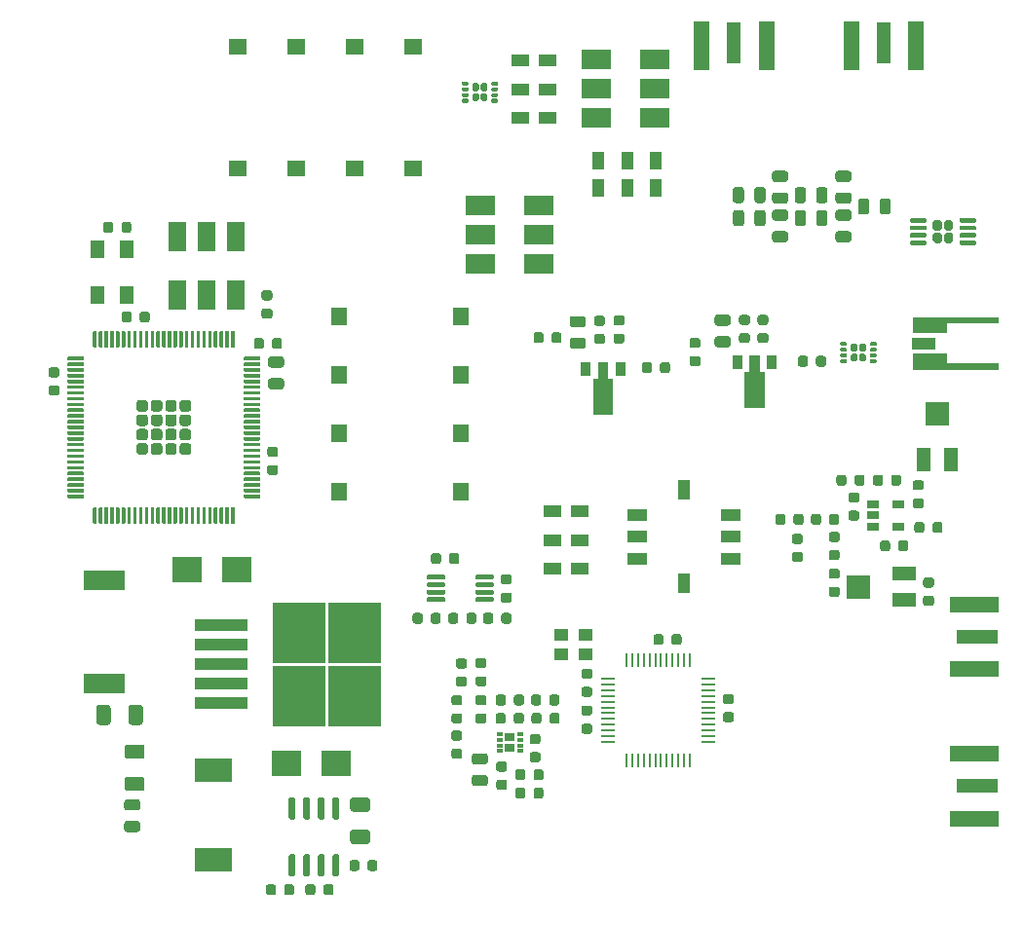
<source format=gbr>
%TF.GenerationSoftware,KiCad,Pcbnew,(5.1.6)-1*%
%TF.CreationDate,2021-04-01T20:33:04-06:00*%
%TF.ProjectId,radar_flight,72616461-725f-4666-9c69-6768742e6b69,rev?*%
%TF.SameCoordinates,Original*%
%TF.FileFunction,Paste,Top*%
%TF.FilePolarity,Positive*%
%FSLAX46Y46*%
G04 Gerber Fmt 4.6, Leading zero omitted, Abs format (unit mm)*
G04 Created by KiCad (PCBNEW (5.1.6)-1) date 2021-04-01 20:33:04*
%MOMM*%
%LPD*%
G01*
G04 APERTURE LIST*
%ADD10R,3.200000X2.000000*%
%ADD11R,1.397000X1.524000*%
%ADD12R,2.500000X2.300000*%
%ADD13R,1.300000X1.100000*%
%ADD14R,0.850000X0.650000*%
%ADD15R,0.500000X0.300000*%
%ADD16C,0.100000*%
%ADD17R,0.900000X1.300000*%
%ADD18R,0.250000X1.300000*%
%ADD19R,1.300000X0.250000*%
%ADD20R,4.550000X5.250000*%
%ADD21R,4.600000X1.100000*%
%ADD22R,1.060000X0.650000*%
%ADD23R,2.540000X1.651000*%
%ADD24R,1.778000X1.016000*%
%ADD25R,1.016000X1.778000*%
%ADD26R,1.524000X1.397000*%
%ADD27R,1.300000X1.600000*%
%ADD28R,1.650000X2.540000*%
%ADD29R,1.000000X1.600000*%
%ADD30R,1.600000X1.000000*%
%ADD31R,1.300000X2.000000*%
%ADD32R,2.000000X2.000000*%
%ADD33R,2.000000X1.300000*%
%ADD34R,3.600000X1.800000*%
%ADD35R,1.270000X3.600000*%
%ADD36R,1.350000X4.200000*%
%ADD37R,3.600000X1.270000*%
%ADD38R,4.200000X1.350000*%
%ADD39R,2.000000X1.100000*%
G04 APERTURE END LIST*
D10*
%TO.C,L1*%
X81750000Y-162600000D03*
X81750000Y-170400000D03*
%TD*%
D11*
%TO.C,U18*%
X92703600Y-123174000D03*
X103244600Y-123174000D03*
X92703600Y-128254000D03*
X103244600Y-128254000D03*
X92703600Y-133334000D03*
X103244600Y-133334000D03*
X92703600Y-138414000D03*
X103244600Y-138414000D03*
%TD*%
%TO.C,C54*%
G36*
G01*
X126756250Y-156862500D02*
X126243750Y-156862500D01*
G75*
G02*
X126025000Y-156643750I0J218750D01*
G01*
X126025000Y-156206250D01*
G75*
G02*
X126243750Y-155987500I218750J0D01*
G01*
X126756250Y-155987500D01*
G75*
G02*
X126975000Y-156206250I0J-218750D01*
G01*
X126975000Y-156643750D01*
G75*
G02*
X126756250Y-156862500I-218750J0D01*
G01*
G37*
G36*
G01*
X126756250Y-158437500D02*
X126243750Y-158437500D01*
G75*
G02*
X126025000Y-158218750I0J218750D01*
G01*
X126025000Y-157781250D01*
G75*
G02*
X126243750Y-157562500I218750J0D01*
G01*
X126756250Y-157562500D01*
G75*
G02*
X126975000Y-157781250I0J-218750D01*
G01*
X126975000Y-158218750D01*
G75*
G02*
X126756250Y-158437500I-218750J0D01*
G01*
G37*
%TD*%
%TO.C,C50*%
G36*
G01*
X121562500Y-151506250D02*
X121562500Y-150993750D01*
G75*
G02*
X121781250Y-150775000I218750J0D01*
G01*
X122218750Y-150775000D01*
G75*
G02*
X122437500Y-150993750I0J-218750D01*
G01*
X122437500Y-151506250D01*
G75*
G02*
X122218750Y-151725000I-218750J0D01*
G01*
X121781250Y-151725000D01*
G75*
G02*
X121562500Y-151506250I0J218750D01*
G01*
G37*
G36*
G01*
X119987500Y-151506250D02*
X119987500Y-150993750D01*
G75*
G02*
X120206250Y-150775000I218750J0D01*
G01*
X120643750Y-150775000D01*
G75*
G02*
X120862500Y-150993750I0J-218750D01*
G01*
X120862500Y-151506250D01*
G75*
G02*
X120643750Y-151725000I-218750J0D01*
G01*
X120206250Y-151725000D01*
G75*
G02*
X119987500Y-151506250I0J218750D01*
G01*
G37*
%TD*%
%TO.C,C36*%
G36*
G01*
X72825000Y-157175000D02*
X72825000Y-158425000D01*
G75*
G02*
X72575000Y-158675000I-250000J0D01*
G01*
X71825000Y-158675000D01*
G75*
G02*
X71575000Y-158425000I0J250000D01*
G01*
X71575000Y-157175000D01*
G75*
G02*
X71825000Y-156925000I250000J0D01*
G01*
X72575000Y-156925000D01*
G75*
G02*
X72825000Y-157175000I0J-250000D01*
G01*
G37*
G36*
G01*
X75625000Y-157175000D02*
X75625000Y-158425000D01*
G75*
G02*
X75375000Y-158675000I-250000J0D01*
G01*
X74625000Y-158675000D01*
G75*
G02*
X74375000Y-158425000I0J250000D01*
G01*
X74375000Y-157175000D01*
G75*
G02*
X74625000Y-156925000I250000J0D01*
G01*
X75375000Y-156925000D01*
G75*
G02*
X75625000Y-157175000I0J-250000D01*
G01*
G37*
%TD*%
D12*
%TO.C,D2*%
X83800000Y-145200000D03*
X79500000Y-145200000D03*
%TD*%
%TO.C,D1*%
X92400000Y-162000000D03*
X88100000Y-162000000D03*
%TD*%
%TO.C,Z9*%
G36*
G01*
X139637500Y-114056250D02*
X139637500Y-113143750D01*
G75*
G02*
X139881250Y-112900000I243750J0D01*
G01*
X140368750Y-112900000D01*
G75*
G02*
X140612500Y-113143750I0J-243750D01*
G01*
X140612500Y-114056250D01*
G75*
G02*
X140368750Y-114300000I-243750J0D01*
G01*
X139881250Y-114300000D01*
G75*
G02*
X139637500Y-114056250I0J243750D01*
G01*
G37*
G36*
G01*
X137762500Y-114056250D02*
X137762500Y-113143750D01*
G75*
G02*
X138006250Y-112900000I243750J0D01*
G01*
X138493750Y-112900000D01*
G75*
G02*
X138737500Y-113143750I0J-243750D01*
G01*
X138737500Y-114056250D01*
G75*
G02*
X138493750Y-114300000I-243750J0D01*
G01*
X138006250Y-114300000D01*
G75*
G02*
X137762500Y-114056250I0J243750D01*
G01*
G37*
%TD*%
%TO.C,Z8*%
G36*
G01*
X136956250Y-114837500D02*
X136043750Y-114837500D01*
G75*
G02*
X135800000Y-114593750I0J243750D01*
G01*
X135800000Y-114106250D01*
G75*
G02*
X136043750Y-113862500I243750J0D01*
G01*
X136956250Y-113862500D01*
G75*
G02*
X137200000Y-114106250I0J-243750D01*
G01*
X137200000Y-114593750D01*
G75*
G02*
X136956250Y-114837500I-243750J0D01*
G01*
G37*
G36*
G01*
X136956250Y-116712500D02*
X136043750Y-116712500D01*
G75*
G02*
X135800000Y-116468750I0J243750D01*
G01*
X135800000Y-115981250D01*
G75*
G02*
X136043750Y-115737500I243750J0D01*
G01*
X136956250Y-115737500D01*
G75*
G02*
X137200000Y-115981250I0J-243750D01*
G01*
X137200000Y-116468750D01*
G75*
G02*
X136956250Y-116712500I-243750J0D01*
G01*
G37*
%TD*%
%TO.C,Z7*%
G36*
G01*
X136956250Y-111462500D02*
X136043750Y-111462500D01*
G75*
G02*
X135800000Y-111218750I0J243750D01*
G01*
X135800000Y-110731250D01*
G75*
G02*
X136043750Y-110487500I243750J0D01*
G01*
X136956250Y-110487500D01*
G75*
G02*
X137200000Y-110731250I0J-243750D01*
G01*
X137200000Y-111218750D01*
G75*
G02*
X136956250Y-111462500I-243750J0D01*
G01*
G37*
G36*
G01*
X136956250Y-113337500D02*
X136043750Y-113337500D01*
G75*
G02*
X135800000Y-113093750I0J243750D01*
G01*
X135800000Y-112606250D01*
G75*
G02*
X136043750Y-112362500I243750J0D01*
G01*
X136956250Y-112362500D01*
G75*
G02*
X137200000Y-112606250I0J-243750D01*
G01*
X137200000Y-113093750D01*
G75*
G02*
X136956250Y-113337500I-243750J0D01*
G01*
G37*
%TD*%
%TO.C,Z6*%
G36*
G01*
X134137500Y-115056250D02*
X134137500Y-114143750D01*
G75*
G02*
X134381250Y-113900000I243750J0D01*
G01*
X134868750Y-113900000D01*
G75*
G02*
X135112500Y-114143750I0J-243750D01*
G01*
X135112500Y-115056250D01*
G75*
G02*
X134868750Y-115300000I-243750J0D01*
G01*
X134381250Y-115300000D01*
G75*
G02*
X134137500Y-115056250I0J243750D01*
G01*
G37*
G36*
G01*
X132262500Y-115056250D02*
X132262500Y-114143750D01*
G75*
G02*
X132506250Y-113900000I243750J0D01*
G01*
X132993750Y-113900000D01*
G75*
G02*
X133237500Y-114143750I0J-243750D01*
G01*
X133237500Y-115056250D01*
G75*
G02*
X132993750Y-115300000I-243750J0D01*
G01*
X132506250Y-115300000D01*
G75*
G02*
X132262500Y-115056250I0J243750D01*
G01*
G37*
%TD*%
%TO.C,Z5*%
G36*
G01*
X134137500Y-113056250D02*
X134137500Y-112143750D01*
G75*
G02*
X134381250Y-111900000I243750J0D01*
G01*
X134868750Y-111900000D01*
G75*
G02*
X135112500Y-112143750I0J-243750D01*
G01*
X135112500Y-113056250D01*
G75*
G02*
X134868750Y-113300000I-243750J0D01*
G01*
X134381250Y-113300000D01*
G75*
G02*
X134137500Y-113056250I0J243750D01*
G01*
G37*
G36*
G01*
X132262500Y-113056250D02*
X132262500Y-112143750D01*
G75*
G02*
X132506250Y-111900000I243750J0D01*
G01*
X132993750Y-111900000D01*
G75*
G02*
X133237500Y-112143750I0J-243750D01*
G01*
X133237500Y-113056250D01*
G75*
G02*
X132993750Y-113300000I-243750J0D01*
G01*
X132506250Y-113300000D01*
G75*
G02*
X132262500Y-113056250I0J243750D01*
G01*
G37*
%TD*%
%TO.C,Z4*%
G36*
G01*
X131456250Y-111462500D02*
X130543750Y-111462500D01*
G75*
G02*
X130300000Y-111218750I0J243750D01*
G01*
X130300000Y-110731250D01*
G75*
G02*
X130543750Y-110487500I243750J0D01*
G01*
X131456250Y-110487500D01*
G75*
G02*
X131700000Y-110731250I0J-243750D01*
G01*
X131700000Y-111218750D01*
G75*
G02*
X131456250Y-111462500I-243750J0D01*
G01*
G37*
G36*
G01*
X131456250Y-113337500D02*
X130543750Y-113337500D01*
G75*
G02*
X130300000Y-113093750I0J243750D01*
G01*
X130300000Y-112606250D01*
G75*
G02*
X130543750Y-112362500I243750J0D01*
G01*
X131456250Y-112362500D01*
G75*
G02*
X131700000Y-112606250I0J-243750D01*
G01*
X131700000Y-113093750D01*
G75*
G02*
X131456250Y-113337500I-243750J0D01*
G01*
G37*
%TD*%
%TO.C,Z3*%
G36*
G01*
X131456250Y-114837500D02*
X130543750Y-114837500D01*
G75*
G02*
X130300000Y-114593750I0J243750D01*
G01*
X130300000Y-114106250D01*
G75*
G02*
X130543750Y-113862500I243750J0D01*
G01*
X131456250Y-113862500D01*
G75*
G02*
X131700000Y-114106250I0J-243750D01*
G01*
X131700000Y-114593750D01*
G75*
G02*
X131456250Y-114837500I-243750J0D01*
G01*
G37*
G36*
G01*
X131456250Y-116712500D02*
X130543750Y-116712500D01*
G75*
G02*
X130300000Y-116468750I0J243750D01*
G01*
X130300000Y-115981250D01*
G75*
G02*
X130543750Y-115737500I243750J0D01*
G01*
X131456250Y-115737500D01*
G75*
G02*
X131700000Y-115981250I0J-243750D01*
G01*
X131700000Y-116468750D01*
G75*
G02*
X131456250Y-116712500I-243750J0D01*
G01*
G37*
%TD*%
%TO.C,Z2*%
G36*
G01*
X127862500Y-114143750D02*
X127862500Y-115056250D01*
G75*
G02*
X127618750Y-115300000I-243750J0D01*
G01*
X127131250Y-115300000D01*
G75*
G02*
X126887500Y-115056250I0J243750D01*
G01*
X126887500Y-114143750D01*
G75*
G02*
X127131250Y-113900000I243750J0D01*
G01*
X127618750Y-113900000D01*
G75*
G02*
X127862500Y-114143750I0J-243750D01*
G01*
G37*
G36*
G01*
X129737500Y-114143750D02*
X129737500Y-115056250D01*
G75*
G02*
X129493750Y-115300000I-243750J0D01*
G01*
X129006250Y-115300000D01*
G75*
G02*
X128762500Y-115056250I0J243750D01*
G01*
X128762500Y-114143750D01*
G75*
G02*
X129006250Y-113900000I243750J0D01*
G01*
X129493750Y-113900000D01*
G75*
G02*
X129737500Y-114143750I0J-243750D01*
G01*
G37*
%TD*%
%TO.C,Z1*%
G36*
G01*
X127862500Y-112143750D02*
X127862500Y-113056250D01*
G75*
G02*
X127618750Y-113300000I-243750J0D01*
G01*
X127131250Y-113300000D01*
G75*
G02*
X126887500Y-113056250I0J243750D01*
G01*
X126887500Y-112143750D01*
G75*
G02*
X127131250Y-111900000I243750J0D01*
G01*
X127618750Y-111900000D01*
G75*
G02*
X127862500Y-112143750I0J-243750D01*
G01*
G37*
G36*
G01*
X129737500Y-112143750D02*
X129737500Y-113056250D01*
G75*
G02*
X129493750Y-113300000I-243750J0D01*
G01*
X129006250Y-113300000D01*
G75*
G02*
X128762500Y-113056250I0J243750D01*
G01*
X128762500Y-112143750D01*
G75*
G02*
X129006250Y-111900000I243750J0D01*
G01*
X129493750Y-111900000D01*
G75*
G02*
X129737500Y-112143750I0J-243750D01*
G01*
G37*
%TD*%
D13*
%TO.C,X1*%
X111950000Y-150875000D03*
X114050000Y-150875000D03*
X114050000Y-152525000D03*
X111950000Y-152525000D03*
%TD*%
%TO.C,U17*%
G36*
G01*
X145070000Y-114990000D02*
X145070000Y-115480000D01*
G75*
G02*
X144865000Y-115685000I-205000J0D01*
G01*
X144455000Y-115685000D01*
G75*
G02*
X144250000Y-115480000I0J205000D01*
G01*
X144250000Y-114990000D01*
G75*
G02*
X144455000Y-114785000I205000J0D01*
G01*
X144865000Y-114785000D01*
G75*
G02*
X145070000Y-114990000I0J-205000D01*
G01*
G37*
G36*
G01*
X145070000Y-116070000D02*
X145070000Y-116560000D01*
G75*
G02*
X144865000Y-116765000I-205000J0D01*
G01*
X144455000Y-116765000D01*
G75*
G02*
X144250000Y-116560000I0J205000D01*
G01*
X144250000Y-116070000D01*
G75*
G02*
X144455000Y-115865000I205000J0D01*
G01*
X144865000Y-115865000D01*
G75*
G02*
X145070000Y-116070000I0J-205000D01*
G01*
G37*
G36*
G01*
X146050000Y-114990000D02*
X146050000Y-115480000D01*
G75*
G02*
X145845000Y-115685000I-205000J0D01*
G01*
X145435000Y-115685000D01*
G75*
G02*
X145230000Y-115480000I0J205000D01*
G01*
X145230000Y-114990000D01*
G75*
G02*
X145435000Y-114785000I205000J0D01*
G01*
X145845000Y-114785000D01*
G75*
G02*
X146050000Y-114990000I0J-205000D01*
G01*
G37*
G36*
G01*
X146050000Y-116070000D02*
X146050000Y-116560000D01*
G75*
G02*
X145845000Y-116765000I-205000J0D01*
G01*
X145435000Y-116765000D01*
G75*
G02*
X145230000Y-116560000I0J205000D01*
G01*
X145230000Y-116070000D01*
G75*
G02*
X145435000Y-115865000I205000J0D01*
G01*
X145845000Y-115865000D01*
G75*
G02*
X146050000Y-116070000I0J-205000D01*
G01*
G37*
G36*
G01*
X143725000Y-116650000D02*
X143725000Y-116850000D01*
G75*
G02*
X143625000Y-116950000I-100000J0D01*
G01*
X142375000Y-116950000D01*
G75*
G02*
X142275000Y-116850000I0J100000D01*
G01*
X142275000Y-116650000D01*
G75*
G02*
X142375000Y-116550000I100000J0D01*
G01*
X143625000Y-116550000D01*
G75*
G02*
X143725000Y-116650000I0J-100000D01*
G01*
G37*
G36*
G01*
X143725000Y-116000000D02*
X143725000Y-116200000D01*
G75*
G02*
X143625000Y-116300000I-100000J0D01*
G01*
X142375000Y-116300000D01*
G75*
G02*
X142275000Y-116200000I0J100000D01*
G01*
X142275000Y-116000000D01*
G75*
G02*
X142375000Y-115900000I100000J0D01*
G01*
X143625000Y-115900000D01*
G75*
G02*
X143725000Y-116000000I0J-100000D01*
G01*
G37*
G36*
G01*
X143725000Y-115350000D02*
X143725000Y-115550000D01*
G75*
G02*
X143625000Y-115650000I-100000J0D01*
G01*
X142375000Y-115650000D01*
G75*
G02*
X142275000Y-115550000I0J100000D01*
G01*
X142275000Y-115350000D01*
G75*
G02*
X142375000Y-115250000I100000J0D01*
G01*
X143625000Y-115250000D01*
G75*
G02*
X143725000Y-115350000I0J-100000D01*
G01*
G37*
G36*
G01*
X143725000Y-114700000D02*
X143725000Y-114900000D01*
G75*
G02*
X143625000Y-115000000I-100000J0D01*
G01*
X142375000Y-115000000D01*
G75*
G02*
X142275000Y-114900000I0J100000D01*
G01*
X142275000Y-114700000D01*
G75*
G02*
X142375000Y-114600000I100000J0D01*
G01*
X143625000Y-114600000D01*
G75*
G02*
X143725000Y-114700000I0J-100000D01*
G01*
G37*
G36*
G01*
X148025000Y-114700000D02*
X148025000Y-114900000D01*
G75*
G02*
X147925000Y-115000000I-100000J0D01*
G01*
X146675000Y-115000000D01*
G75*
G02*
X146575000Y-114900000I0J100000D01*
G01*
X146575000Y-114700000D01*
G75*
G02*
X146675000Y-114600000I100000J0D01*
G01*
X147925000Y-114600000D01*
G75*
G02*
X148025000Y-114700000I0J-100000D01*
G01*
G37*
G36*
G01*
X148025000Y-115350000D02*
X148025000Y-115550000D01*
G75*
G02*
X147925000Y-115650000I-100000J0D01*
G01*
X146675000Y-115650000D01*
G75*
G02*
X146575000Y-115550000I0J100000D01*
G01*
X146575000Y-115350000D01*
G75*
G02*
X146675000Y-115250000I100000J0D01*
G01*
X147925000Y-115250000D01*
G75*
G02*
X148025000Y-115350000I0J-100000D01*
G01*
G37*
G36*
G01*
X148025000Y-116000000D02*
X148025000Y-116200000D01*
G75*
G02*
X147925000Y-116300000I-100000J0D01*
G01*
X146675000Y-116300000D01*
G75*
G02*
X146575000Y-116200000I0J100000D01*
G01*
X146575000Y-116000000D01*
G75*
G02*
X146675000Y-115900000I100000J0D01*
G01*
X147925000Y-115900000D01*
G75*
G02*
X148025000Y-116000000I0J-100000D01*
G01*
G37*
G36*
G01*
X148025000Y-116650000D02*
X148025000Y-116850000D01*
G75*
G02*
X147925000Y-116950000I-100000J0D01*
G01*
X146675000Y-116950000D01*
G75*
G02*
X146575000Y-116850000I0J100000D01*
G01*
X146575000Y-116650000D01*
G75*
G02*
X146675000Y-116550000I100000J0D01*
G01*
X147925000Y-116550000D01*
G75*
G02*
X148025000Y-116650000I0J-100000D01*
G01*
G37*
%TD*%
%TO.C,U16*%
G36*
G01*
X138800000Y-125637500D02*
X138800000Y-125462500D01*
G75*
G02*
X138887500Y-125375000I87500J0D01*
G01*
X139287500Y-125375000D01*
G75*
G02*
X139375000Y-125462500I0J-87500D01*
G01*
X139375000Y-125637500D01*
G75*
G02*
X139287500Y-125725000I-87500J0D01*
G01*
X138887500Y-125725000D01*
G75*
G02*
X138800000Y-125637500I0J87500D01*
G01*
G37*
G36*
G01*
X138800000Y-126137500D02*
X138800000Y-125962500D01*
G75*
G02*
X138887500Y-125875000I87500J0D01*
G01*
X139287500Y-125875000D01*
G75*
G02*
X139375000Y-125962500I0J-87500D01*
G01*
X139375000Y-126137500D01*
G75*
G02*
X139287500Y-126225000I-87500J0D01*
G01*
X138887500Y-126225000D01*
G75*
G02*
X138800000Y-126137500I0J87500D01*
G01*
G37*
G36*
G01*
X138800000Y-126637500D02*
X138800000Y-126462500D01*
G75*
G02*
X138887500Y-126375000I87500J0D01*
G01*
X139287500Y-126375000D01*
G75*
G02*
X139375000Y-126462500I0J-87500D01*
G01*
X139375000Y-126637500D01*
G75*
G02*
X139287500Y-126725000I-87500J0D01*
G01*
X138887500Y-126725000D01*
G75*
G02*
X138800000Y-126637500I0J87500D01*
G01*
G37*
G36*
G01*
X138800000Y-127137500D02*
X138800000Y-126962500D01*
G75*
G02*
X138887500Y-126875000I87500J0D01*
G01*
X139287500Y-126875000D01*
G75*
G02*
X139375000Y-126962500I0J-87500D01*
G01*
X139375000Y-127137500D01*
G75*
G02*
X139287500Y-127225000I-87500J0D01*
G01*
X138887500Y-127225000D01*
G75*
G02*
X138800000Y-127137500I0J87500D01*
G01*
G37*
G36*
G01*
X136225000Y-127137500D02*
X136225000Y-126962500D01*
G75*
G02*
X136312500Y-126875000I87500J0D01*
G01*
X136712500Y-126875000D01*
G75*
G02*
X136800000Y-126962500I0J-87500D01*
G01*
X136800000Y-127137500D01*
G75*
G02*
X136712500Y-127225000I-87500J0D01*
G01*
X136312500Y-127225000D01*
G75*
G02*
X136225000Y-127137500I0J87500D01*
G01*
G37*
G36*
G01*
X136225000Y-126637500D02*
X136225000Y-126462500D01*
G75*
G02*
X136312500Y-126375000I87500J0D01*
G01*
X136712500Y-126375000D01*
G75*
G02*
X136800000Y-126462500I0J-87500D01*
G01*
X136800000Y-126637500D01*
G75*
G02*
X136712500Y-126725000I-87500J0D01*
G01*
X136312500Y-126725000D01*
G75*
G02*
X136225000Y-126637500I0J87500D01*
G01*
G37*
G36*
G01*
X136225000Y-126137500D02*
X136225000Y-125962500D01*
G75*
G02*
X136312500Y-125875000I87500J0D01*
G01*
X136712500Y-125875000D01*
G75*
G02*
X136800000Y-125962500I0J-87500D01*
G01*
X136800000Y-126137500D01*
G75*
G02*
X136712500Y-126225000I-87500J0D01*
G01*
X136312500Y-126225000D01*
G75*
G02*
X136225000Y-126137500I0J87500D01*
G01*
G37*
G36*
G01*
X136225000Y-125637500D02*
X136225000Y-125462500D01*
G75*
G02*
X136312500Y-125375000I87500J0D01*
G01*
X136712500Y-125375000D01*
G75*
G02*
X136800000Y-125462500I0J-87500D01*
G01*
X136800000Y-125637500D01*
G75*
G02*
X136712500Y-125725000I-87500J0D01*
G01*
X136312500Y-125725000D01*
G75*
G02*
X136225000Y-125637500I0J87500D01*
G01*
G37*
G36*
G01*
X137875000Y-126940000D02*
X137875000Y-126530000D01*
G75*
G02*
X138020000Y-126385000I145000J0D01*
G01*
X138310000Y-126385000D01*
G75*
G02*
X138455000Y-126530000I0J-145000D01*
G01*
X138455000Y-126940000D01*
G75*
G02*
X138310000Y-127085000I-145000J0D01*
G01*
X138020000Y-127085000D01*
G75*
G02*
X137875000Y-126940000I0J145000D01*
G01*
G37*
G36*
G01*
X137875000Y-126070000D02*
X137875000Y-125660000D01*
G75*
G02*
X138020000Y-125515000I145000J0D01*
G01*
X138310000Y-125515000D01*
G75*
G02*
X138455000Y-125660000I0J-145000D01*
G01*
X138455000Y-126070000D01*
G75*
G02*
X138310000Y-126215000I-145000J0D01*
G01*
X138020000Y-126215000D01*
G75*
G02*
X137875000Y-126070000I0J145000D01*
G01*
G37*
G36*
G01*
X137145000Y-126940000D02*
X137145000Y-126530000D01*
G75*
G02*
X137290000Y-126385000I145000J0D01*
G01*
X137580000Y-126385000D01*
G75*
G02*
X137725000Y-126530000I0J-145000D01*
G01*
X137725000Y-126940000D01*
G75*
G02*
X137580000Y-127085000I-145000J0D01*
G01*
X137290000Y-127085000D01*
G75*
G02*
X137145000Y-126940000I0J145000D01*
G01*
G37*
G36*
G01*
X137145000Y-126070000D02*
X137145000Y-125660000D01*
G75*
G02*
X137290000Y-125515000I145000J0D01*
G01*
X137580000Y-125515000D01*
G75*
G02*
X137725000Y-125660000I0J-145000D01*
G01*
X137725000Y-126070000D01*
G75*
G02*
X137580000Y-126215000I-145000J0D01*
G01*
X137290000Y-126215000D01*
G75*
G02*
X137145000Y-126070000I0J145000D01*
G01*
G37*
%TD*%
D14*
%TO.C,U15*%
X107500000Y-160637500D03*
X107500000Y-159762500D03*
D15*
X106600000Y-160950000D03*
X106600000Y-160450000D03*
X106600000Y-159950000D03*
X106600000Y-159450000D03*
X108400000Y-159450000D03*
X108400000Y-159950000D03*
X108400000Y-160450000D03*
X108400000Y-160950000D03*
%TD*%
D16*
%TO.C,U14*%
G36*
X127933500Y-131100000D02*
G01*
X127933500Y-127975000D01*
X128350000Y-127975000D01*
X128350000Y-126500000D01*
X129250000Y-126500000D01*
X129250000Y-127975000D01*
X129666500Y-127975000D01*
X129666500Y-131100000D01*
X127933500Y-131100000D01*
G37*
D17*
X127300000Y-127150000D03*
X130300000Y-127150000D03*
%TD*%
D18*
%TO.C,U13*%
X117650000Y-153050000D03*
X118150000Y-153050000D03*
X118650000Y-153050000D03*
X119150000Y-153050000D03*
X119650000Y-153050000D03*
X120150000Y-153050000D03*
X120650000Y-153050000D03*
X121150000Y-153050000D03*
X121650000Y-153050000D03*
X122150000Y-153050000D03*
X122650000Y-153050000D03*
X123150000Y-153050000D03*
D19*
X124750000Y-154650000D03*
X124750000Y-155150000D03*
X124750000Y-155650000D03*
X124750000Y-156150000D03*
X124750000Y-156650000D03*
X124750000Y-157150000D03*
X124750000Y-157650000D03*
X124750000Y-158150000D03*
X124750000Y-158650000D03*
X124750000Y-159150000D03*
X124750000Y-159650000D03*
X124750000Y-160150000D03*
D18*
X123150000Y-161750000D03*
X122650000Y-161750000D03*
X122150000Y-161750000D03*
X121650000Y-161750000D03*
X121150000Y-161750000D03*
X120650000Y-161750000D03*
X120150000Y-161750000D03*
X119650000Y-161750000D03*
X119150000Y-161750000D03*
X118650000Y-161750000D03*
X118150000Y-161750000D03*
X117650000Y-161750000D03*
D19*
X116050000Y-160150000D03*
X116050000Y-159650000D03*
X116050000Y-159150000D03*
X116050000Y-158650000D03*
X116050000Y-158150000D03*
X116050000Y-157650000D03*
X116050000Y-157150000D03*
X116050000Y-156650000D03*
X116050000Y-156150000D03*
X116050000Y-155650000D03*
X116050000Y-155150000D03*
X116050000Y-154650000D03*
%TD*%
D16*
%TO.C,U12*%
G36*
X114733500Y-131700000D02*
G01*
X114733500Y-128575000D01*
X115150000Y-128575000D01*
X115150000Y-127100000D01*
X116050000Y-127100000D01*
X116050000Y-128575000D01*
X116466500Y-128575000D01*
X116466500Y-131700000D01*
X114733500Y-131700000D01*
G37*
D17*
X114100000Y-127750000D03*
X117100000Y-127750000D03*
%TD*%
D20*
%TO.C,U11*%
X89175000Y-156175000D03*
X94025000Y-150625000D03*
X89175000Y-150625000D03*
X94025000Y-156175000D03*
D21*
X82450000Y-156800000D03*
X82450000Y-155100000D03*
X82450000Y-153400000D03*
X82450000Y-151700000D03*
X82450000Y-150000000D03*
%TD*%
%TO.C,U10*%
G36*
G01*
X101900000Y-147675000D02*
X101900000Y-147875000D01*
G75*
G02*
X101800000Y-147975000I-100000J0D01*
G01*
X100375000Y-147975000D01*
G75*
G02*
X100275000Y-147875000I0J100000D01*
G01*
X100275000Y-147675000D01*
G75*
G02*
X100375000Y-147575000I100000J0D01*
G01*
X101800000Y-147575000D01*
G75*
G02*
X101900000Y-147675000I0J-100000D01*
G01*
G37*
G36*
G01*
X101900000Y-147025000D02*
X101900000Y-147225000D01*
G75*
G02*
X101800000Y-147325000I-100000J0D01*
G01*
X100375000Y-147325000D01*
G75*
G02*
X100275000Y-147225000I0J100000D01*
G01*
X100275000Y-147025000D01*
G75*
G02*
X100375000Y-146925000I100000J0D01*
G01*
X101800000Y-146925000D01*
G75*
G02*
X101900000Y-147025000I0J-100000D01*
G01*
G37*
G36*
G01*
X101900000Y-146375000D02*
X101900000Y-146575000D01*
G75*
G02*
X101800000Y-146675000I-100000J0D01*
G01*
X100375000Y-146675000D01*
G75*
G02*
X100275000Y-146575000I0J100000D01*
G01*
X100275000Y-146375000D01*
G75*
G02*
X100375000Y-146275000I100000J0D01*
G01*
X101800000Y-146275000D01*
G75*
G02*
X101900000Y-146375000I0J-100000D01*
G01*
G37*
G36*
G01*
X101900000Y-145725000D02*
X101900000Y-145925000D01*
G75*
G02*
X101800000Y-146025000I-100000J0D01*
G01*
X100375000Y-146025000D01*
G75*
G02*
X100275000Y-145925000I0J100000D01*
G01*
X100275000Y-145725000D01*
G75*
G02*
X100375000Y-145625000I100000J0D01*
G01*
X101800000Y-145625000D01*
G75*
G02*
X101900000Y-145725000I0J-100000D01*
G01*
G37*
G36*
G01*
X106125000Y-145725000D02*
X106125000Y-145925000D01*
G75*
G02*
X106025000Y-146025000I-100000J0D01*
G01*
X104600000Y-146025000D01*
G75*
G02*
X104500000Y-145925000I0J100000D01*
G01*
X104500000Y-145725000D01*
G75*
G02*
X104600000Y-145625000I100000J0D01*
G01*
X106025000Y-145625000D01*
G75*
G02*
X106125000Y-145725000I0J-100000D01*
G01*
G37*
G36*
G01*
X106125000Y-146375000D02*
X106125000Y-146575000D01*
G75*
G02*
X106025000Y-146675000I-100000J0D01*
G01*
X104600000Y-146675000D01*
G75*
G02*
X104500000Y-146575000I0J100000D01*
G01*
X104500000Y-146375000D01*
G75*
G02*
X104600000Y-146275000I100000J0D01*
G01*
X106025000Y-146275000D01*
G75*
G02*
X106125000Y-146375000I0J-100000D01*
G01*
G37*
G36*
G01*
X106125000Y-147025000D02*
X106125000Y-147225000D01*
G75*
G02*
X106025000Y-147325000I-100000J0D01*
G01*
X104600000Y-147325000D01*
G75*
G02*
X104500000Y-147225000I0J100000D01*
G01*
X104500000Y-147025000D01*
G75*
G02*
X104600000Y-146925000I100000J0D01*
G01*
X106025000Y-146925000D01*
G75*
G02*
X106125000Y-147025000I0J-100000D01*
G01*
G37*
G36*
G01*
X106125000Y-147675000D02*
X106125000Y-147875000D01*
G75*
G02*
X106025000Y-147975000I-100000J0D01*
G01*
X104600000Y-147975000D01*
G75*
G02*
X104500000Y-147875000I0J100000D01*
G01*
X104500000Y-147675000D01*
G75*
G02*
X104600000Y-147575000I100000J0D01*
G01*
X106025000Y-147575000D01*
G75*
G02*
X106125000Y-147675000I0J-100000D01*
G01*
G37*
%TD*%
D22*
%TO.C,U9*%
X141300000Y-139500000D03*
X141300000Y-141400000D03*
X139100000Y-141400000D03*
X139100000Y-140450000D03*
X139100000Y-139500000D03*
%TD*%
D23*
%TO.C,U8*%
X120080000Y-100800000D03*
X120080000Y-103340000D03*
X120080000Y-105880000D03*
X115000000Y-105880000D03*
X115000000Y-103340000D03*
X115000000Y-100800000D03*
%TD*%
%TO.C,U7*%
X104928000Y-113490000D03*
X104928000Y-116030000D03*
X104928000Y-118570000D03*
X110008000Y-113490000D03*
X110008000Y-116030000D03*
X110008000Y-118570000D03*
%TD*%
%TO.C,U6*%
G36*
G01*
X105912500Y-102987500D02*
X105912500Y-102812500D01*
G75*
G02*
X106000000Y-102725000I87500J0D01*
G01*
X106400000Y-102725000D01*
G75*
G02*
X106487500Y-102812500I0J-87500D01*
G01*
X106487500Y-102987500D01*
G75*
G02*
X106400000Y-103075000I-87500J0D01*
G01*
X106000000Y-103075000D01*
G75*
G02*
X105912500Y-102987500I0J87500D01*
G01*
G37*
G36*
G01*
X105912500Y-103487500D02*
X105912500Y-103312500D01*
G75*
G02*
X106000000Y-103225000I87500J0D01*
G01*
X106400000Y-103225000D01*
G75*
G02*
X106487500Y-103312500I0J-87500D01*
G01*
X106487500Y-103487500D01*
G75*
G02*
X106400000Y-103575000I-87500J0D01*
G01*
X106000000Y-103575000D01*
G75*
G02*
X105912500Y-103487500I0J87500D01*
G01*
G37*
G36*
G01*
X105912500Y-103987500D02*
X105912500Y-103812500D01*
G75*
G02*
X106000000Y-103725000I87500J0D01*
G01*
X106400000Y-103725000D01*
G75*
G02*
X106487500Y-103812500I0J-87500D01*
G01*
X106487500Y-103987500D01*
G75*
G02*
X106400000Y-104075000I-87500J0D01*
G01*
X106000000Y-104075000D01*
G75*
G02*
X105912500Y-103987500I0J87500D01*
G01*
G37*
G36*
G01*
X105912500Y-104487500D02*
X105912500Y-104312500D01*
G75*
G02*
X106000000Y-104225000I87500J0D01*
G01*
X106400000Y-104225000D01*
G75*
G02*
X106487500Y-104312500I0J-87500D01*
G01*
X106487500Y-104487500D01*
G75*
G02*
X106400000Y-104575000I-87500J0D01*
G01*
X106000000Y-104575000D01*
G75*
G02*
X105912500Y-104487500I0J87500D01*
G01*
G37*
G36*
G01*
X103337500Y-104487500D02*
X103337500Y-104312500D01*
G75*
G02*
X103425000Y-104225000I87500J0D01*
G01*
X103825000Y-104225000D01*
G75*
G02*
X103912500Y-104312500I0J-87500D01*
G01*
X103912500Y-104487500D01*
G75*
G02*
X103825000Y-104575000I-87500J0D01*
G01*
X103425000Y-104575000D01*
G75*
G02*
X103337500Y-104487500I0J87500D01*
G01*
G37*
G36*
G01*
X103337500Y-103987500D02*
X103337500Y-103812500D01*
G75*
G02*
X103425000Y-103725000I87500J0D01*
G01*
X103825000Y-103725000D01*
G75*
G02*
X103912500Y-103812500I0J-87500D01*
G01*
X103912500Y-103987500D01*
G75*
G02*
X103825000Y-104075000I-87500J0D01*
G01*
X103425000Y-104075000D01*
G75*
G02*
X103337500Y-103987500I0J87500D01*
G01*
G37*
G36*
G01*
X103337500Y-103487500D02*
X103337500Y-103312500D01*
G75*
G02*
X103425000Y-103225000I87500J0D01*
G01*
X103825000Y-103225000D01*
G75*
G02*
X103912500Y-103312500I0J-87500D01*
G01*
X103912500Y-103487500D01*
G75*
G02*
X103825000Y-103575000I-87500J0D01*
G01*
X103425000Y-103575000D01*
G75*
G02*
X103337500Y-103487500I0J87500D01*
G01*
G37*
G36*
G01*
X103337500Y-102987500D02*
X103337500Y-102812500D01*
G75*
G02*
X103425000Y-102725000I87500J0D01*
G01*
X103825000Y-102725000D01*
G75*
G02*
X103912500Y-102812500I0J-87500D01*
G01*
X103912500Y-102987500D01*
G75*
G02*
X103825000Y-103075000I-87500J0D01*
G01*
X103425000Y-103075000D01*
G75*
G02*
X103337500Y-102987500I0J87500D01*
G01*
G37*
G36*
G01*
X104987500Y-104290000D02*
X104987500Y-103880000D01*
G75*
G02*
X105132500Y-103735000I145000J0D01*
G01*
X105422500Y-103735000D01*
G75*
G02*
X105567500Y-103880000I0J-145000D01*
G01*
X105567500Y-104290000D01*
G75*
G02*
X105422500Y-104435000I-145000J0D01*
G01*
X105132500Y-104435000D01*
G75*
G02*
X104987500Y-104290000I0J145000D01*
G01*
G37*
G36*
G01*
X104987500Y-103420000D02*
X104987500Y-103010000D01*
G75*
G02*
X105132500Y-102865000I145000J0D01*
G01*
X105422500Y-102865000D01*
G75*
G02*
X105567500Y-103010000I0J-145000D01*
G01*
X105567500Y-103420000D01*
G75*
G02*
X105422500Y-103565000I-145000J0D01*
G01*
X105132500Y-103565000D01*
G75*
G02*
X104987500Y-103420000I0J145000D01*
G01*
G37*
G36*
G01*
X104257500Y-104290000D02*
X104257500Y-103880000D01*
G75*
G02*
X104402500Y-103735000I145000J0D01*
G01*
X104692500Y-103735000D01*
G75*
G02*
X104837500Y-103880000I0J-145000D01*
G01*
X104837500Y-104290000D01*
G75*
G02*
X104692500Y-104435000I-145000J0D01*
G01*
X104402500Y-104435000D01*
G75*
G02*
X104257500Y-104290000I0J145000D01*
G01*
G37*
G36*
G01*
X104257500Y-103420000D02*
X104257500Y-103010000D01*
G75*
G02*
X104402500Y-102865000I145000J0D01*
G01*
X104692500Y-102865000D01*
G75*
G02*
X104837500Y-103010000I0J-145000D01*
G01*
X104837500Y-103420000D01*
G75*
G02*
X104692500Y-103565000I-145000J0D01*
G01*
X104402500Y-103565000D01*
G75*
G02*
X104257500Y-103420000I0J145000D01*
G01*
G37*
%TD*%
%TO.C,U5*%
G36*
G01*
X88745000Y-166900000D02*
X88445000Y-166900000D01*
G75*
G02*
X88295000Y-166750000I0J150000D01*
G01*
X88295000Y-165100000D01*
G75*
G02*
X88445000Y-164950000I150000J0D01*
G01*
X88745000Y-164950000D01*
G75*
G02*
X88895000Y-165100000I0J-150000D01*
G01*
X88895000Y-166750000D01*
G75*
G02*
X88745000Y-166900000I-150000J0D01*
G01*
G37*
G36*
G01*
X90015000Y-166900000D02*
X89715000Y-166900000D01*
G75*
G02*
X89565000Y-166750000I0J150000D01*
G01*
X89565000Y-165100000D01*
G75*
G02*
X89715000Y-164950000I150000J0D01*
G01*
X90015000Y-164950000D01*
G75*
G02*
X90165000Y-165100000I0J-150000D01*
G01*
X90165000Y-166750000D01*
G75*
G02*
X90015000Y-166900000I-150000J0D01*
G01*
G37*
G36*
G01*
X91285000Y-166900000D02*
X90985000Y-166900000D01*
G75*
G02*
X90835000Y-166750000I0J150000D01*
G01*
X90835000Y-165100000D01*
G75*
G02*
X90985000Y-164950000I150000J0D01*
G01*
X91285000Y-164950000D01*
G75*
G02*
X91435000Y-165100000I0J-150000D01*
G01*
X91435000Y-166750000D01*
G75*
G02*
X91285000Y-166900000I-150000J0D01*
G01*
G37*
G36*
G01*
X92555000Y-166900000D02*
X92255000Y-166900000D01*
G75*
G02*
X92105000Y-166750000I0J150000D01*
G01*
X92105000Y-165100000D01*
G75*
G02*
X92255000Y-164950000I150000J0D01*
G01*
X92555000Y-164950000D01*
G75*
G02*
X92705000Y-165100000I0J-150000D01*
G01*
X92705000Y-166750000D01*
G75*
G02*
X92555000Y-166900000I-150000J0D01*
G01*
G37*
G36*
G01*
X92555000Y-171850000D02*
X92255000Y-171850000D01*
G75*
G02*
X92105000Y-171700000I0J150000D01*
G01*
X92105000Y-170050000D01*
G75*
G02*
X92255000Y-169900000I150000J0D01*
G01*
X92555000Y-169900000D01*
G75*
G02*
X92705000Y-170050000I0J-150000D01*
G01*
X92705000Y-171700000D01*
G75*
G02*
X92555000Y-171850000I-150000J0D01*
G01*
G37*
G36*
G01*
X91285000Y-171850000D02*
X90985000Y-171850000D01*
G75*
G02*
X90835000Y-171700000I0J150000D01*
G01*
X90835000Y-170050000D01*
G75*
G02*
X90985000Y-169900000I150000J0D01*
G01*
X91285000Y-169900000D01*
G75*
G02*
X91435000Y-170050000I0J-150000D01*
G01*
X91435000Y-171700000D01*
G75*
G02*
X91285000Y-171850000I-150000J0D01*
G01*
G37*
G36*
G01*
X90015000Y-171850000D02*
X89715000Y-171850000D01*
G75*
G02*
X89565000Y-171700000I0J150000D01*
G01*
X89565000Y-170050000D01*
G75*
G02*
X89715000Y-169900000I150000J0D01*
G01*
X90015000Y-169900000D01*
G75*
G02*
X90165000Y-170050000I0J-150000D01*
G01*
X90165000Y-171700000D01*
G75*
G02*
X90015000Y-171850000I-150000J0D01*
G01*
G37*
G36*
G01*
X88745000Y-171850000D02*
X88445000Y-171850000D01*
G75*
G02*
X88295000Y-171700000I0J150000D01*
G01*
X88295000Y-170050000D01*
G75*
G02*
X88445000Y-169900000I150000J0D01*
G01*
X88745000Y-169900000D01*
G75*
G02*
X88895000Y-170050000I0J-150000D01*
G01*
X88895000Y-171700000D01*
G75*
G02*
X88745000Y-171850000I-150000J0D01*
G01*
G37*
%TD*%
D24*
%TO.C,U4*%
X126664000Y-140395000D03*
X126664000Y-142300000D03*
X126664000Y-144205000D03*
X118536000Y-144205000D03*
X118536000Y-142300000D03*
X118536000Y-140395000D03*
D25*
X122600000Y-146364000D03*
X122600000Y-138236000D03*
%TD*%
D26*
%TO.C,U3*%
X99076000Y-99703600D03*
X99076000Y-110244600D03*
X93996000Y-99703600D03*
X93996000Y-110244600D03*
X88916000Y-99703600D03*
X88916000Y-110244600D03*
X83836000Y-99703600D03*
X83836000Y-110244600D03*
%TD*%
%TO.C,U2*%
G36*
G01*
X78807500Y-134930000D02*
X78807500Y-134420000D01*
G75*
G02*
X79057500Y-134170000I250000J0D01*
G01*
X79567500Y-134170000D01*
G75*
G02*
X79817500Y-134420000I0J-250000D01*
G01*
X79817500Y-134930000D01*
G75*
G02*
X79567500Y-135180000I-250000J0D01*
G01*
X79057500Y-135180000D01*
G75*
G02*
X78807500Y-134930000I0J250000D01*
G01*
G37*
G36*
G01*
X78807500Y-133680000D02*
X78807500Y-133170000D01*
G75*
G02*
X79057500Y-132920000I250000J0D01*
G01*
X79567500Y-132920000D01*
G75*
G02*
X79817500Y-133170000I0J-250000D01*
G01*
X79817500Y-133680000D01*
G75*
G02*
X79567500Y-133930000I-250000J0D01*
G01*
X79057500Y-133930000D01*
G75*
G02*
X78807500Y-133680000I0J250000D01*
G01*
G37*
G36*
G01*
X78807500Y-132430000D02*
X78807500Y-131920000D01*
G75*
G02*
X79057500Y-131670000I250000J0D01*
G01*
X79567500Y-131670000D01*
G75*
G02*
X79817500Y-131920000I0J-250000D01*
G01*
X79817500Y-132430000D01*
G75*
G02*
X79567500Y-132680000I-250000J0D01*
G01*
X79057500Y-132680000D01*
G75*
G02*
X78807500Y-132430000I0J250000D01*
G01*
G37*
G36*
G01*
X78807500Y-131180000D02*
X78807500Y-130670000D01*
G75*
G02*
X79057500Y-130420000I250000J0D01*
G01*
X79567500Y-130420000D01*
G75*
G02*
X79817500Y-130670000I0J-250000D01*
G01*
X79817500Y-131180000D01*
G75*
G02*
X79567500Y-131430000I-250000J0D01*
G01*
X79057500Y-131430000D01*
G75*
G02*
X78807500Y-131180000I0J250000D01*
G01*
G37*
G36*
G01*
X77557500Y-134930000D02*
X77557500Y-134420000D01*
G75*
G02*
X77807500Y-134170000I250000J0D01*
G01*
X78317500Y-134170000D01*
G75*
G02*
X78567500Y-134420000I0J-250000D01*
G01*
X78567500Y-134930000D01*
G75*
G02*
X78317500Y-135180000I-250000J0D01*
G01*
X77807500Y-135180000D01*
G75*
G02*
X77557500Y-134930000I0J250000D01*
G01*
G37*
G36*
G01*
X77557500Y-133680000D02*
X77557500Y-133170000D01*
G75*
G02*
X77807500Y-132920000I250000J0D01*
G01*
X78317500Y-132920000D01*
G75*
G02*
X78567500Y-133170000I0J-250000D01*
G01*
X78567500Y-133680000D01*
G75*
G02*
X78317500Y-133930000I-250000J0D01*
G01*
X77807500Y-133930000D01*
G75*
G02*
X77557500Y-133680000I0J250000D01*
G01*
G37*
G36*
G01*
X77557500Y-132430000D02*
X77557500Y-131920000D01*
G75*
G02*
X77807500Y-131670000I250000J0D01*
G01*
X78317500Y-131670000D01*
G75*
G02*
X78567500Y-131920000I0J-250000D01*
G01*
X78567500Y-132430000D01*
G75*
G02*
X78317500Y-132680000I-250000J0D01*
G01*
X77807500Y-132680000D01*
G75*
G02*
X77557500Y-132430000I0J250000D01*
G01*
G37*
G36*
G01*
X77557500Y-131180000D02*
X77557500Y-130670000D01*
G75*
G02*
X77807500Y-130420000I250000J0D01*
G01*
X78317500Y-130420000D01*
G75*
G02*
X78567500Y-130670000I0J-250000D01*
G01*
X78567500Y-131180000D01*
G75*
G02*
X78317500Y-131430000I-250000J0D01*
G01*
X77807500Y-131430000D01*
G75*
G02*
X77557500Y-131180000I0J250000D01*
G01*
G37*
G36*
G01*
X76307500Y-134930000D02*
X76307500Y-134420000D01*
G75*
G02*
X76557500Y-134170000I250000J0D01*
G01*
X77067500Y-134170000D01*
G75*
G02*
X77317500Y-134420000I0J-250000D01*
G01*
X77317500Y-134930000D01*
G75*
G02*
X77067500Y-135180000I-250000J0D01*
G01*
X76557500Y-135180000D01*
G75*
G02*
X76307500Y-134930000I0J250000D01*
G01*
G37*
G36*
G01*
X76307500Y-133680000D02*
X76307500Y-133170000D01*
G75*
G02*
X76557500Y-132920000I250000J0D01*
G01*
X77067500Y-132920000D01*
G75*
G02*
X77317500Y-133170000I0J-250000D01*
G01*
X77317500Y-133680000D01*
G75*
G02*
X77067500Y-133930000I-250000J0D01*
G01*
X76557500Y-133930000D01*
G75*
G02*
X76307500Y-133680000I0J250000D01*
G01*
G37*
G36*
G01*
X76307500Y-132430000D02*
X76307500Y-131920000D01*
G75*
G02*
X76557500Y-131670000I250000J0D01*
G01*
X77067500Y-131670000D01*
G75*
G02*
X77317500Y-131920000I0J-250000D01*
G01*
X77317500Y-132430000D01*
G75*
G02*
X77067500Y-132680000I-250000J0D01*
G01*
X76557500Y-132680000D01*
G75*
G02*
X76307500Y-132430000I0J250000D01*
G01*
G37*
G36*
G01*
X76307500Y-131180000D02*
X76307500Y-130670000D01*
G75*
G02*
X76557500Y-130420000I250000J0D01*
G01*
X77067500Y-130420000D01*
G75*
G02*
X77317500Y-130670000I0J-250000D01*
G01*
X77317500Y-131180000D01*
G75*
G02*
X77067500Y-131430000I-250000J0D01*
G01*
X76557500Y-131430000D01*
G75*
G02*
X76307500Y-131180000I0J250000D01*
G01*
G37*
G36*
G01*
X75057500Y-134930000D02*
X75057500Y-134420000D01*
G75*
G02*
X75307500Y-134170000I250000J0D01*
G01*
X75817500Y-134170000D01*
G75*
G02*
X76067500Y-134420000I0J-250000D01*
G01*
X76067500Y-134930000D01*
G75*
G02*
X75817500Y-135180000I-250000J0D01*
G01*
X75307500Y-135180000D01*
G75*
G02*
X75057500Y-134930000I0J250000D01*
G01*
G37*
G36*
G01*
X75057500Y-133680000D02*
X75057500Y-133170000D01*
G75*
G02*
X75307500Y-132920000I250000J0D01*
G01*
X75817500Y-132920000D01*
G75*
G02*
X76067500Y-133170000I0J-250000D01*
G01*
X76067500Y-133680000D01*
G75*
G02*
X75817500Y-133930000I-250000J0D01*
G01*
X75307500Y-133930000D01*
G75*
G02*
X75057500Y-133680000I0J250000D01*
G01*
G37*
G36*
G01*
X75057500Y-132430000D02*
X75057500Y-131920000D01*
G75*
G02*
X75307500Y-131670000I250000J0D01*
G01*
X75817500Y-131670000D01*
G75*
G02*
X76067500Y-131920000I0J-250000D01*
G01*
X76067500Y-132430000D01*
G75*
G02*
X75817500Y-132680000I-250000J0D01*
G01*
X75307500Y-132680000D01*
G75*
G02*
X75057500Y-132430000I0J250000D01*
G01*
G37*
G36*
G01*
X75057500Y-131180000D02*
X75057500Y-130670000D01*
G75*
G02*
X75307500Y-130420000I250000J0D01*
G01*
X75817500Y-130420000D01*
G75*
G02*
X76067500Y-130670000I0J-250000D01*
G01*
X76067500Y-131180000D01*
G75*
G02*
X75817500Y-131430000I-250000J0D01*
G01*
X75307500Y-131430000D01*
G75*
G02*
X75057500Y-131180000I0J250000D01*
G01*
G37*
G36*
G01*
X71287500Y-125800000D02*
X71287500Y-124475000D01*
G75*
G02*
X71362500Y-124400000I75000J0D01*
G01*
X71512500Y-124400000D01*
G75*
G02*
X71587500Y-124475000I0J-75000D01*
G01*
X71587500Y-125800000D01*
G75*
G02*
X71512500Y-125875000I-75000J0D01*
G01*
X71362500Y-125875000D01*
G75*
G02*
X71287500Y-125800000I0J75000D01*
G01*
G37*
G36*
G01*
X71787500Y-125800000D02*
X71787500Y-124475000D01*
G75*
G02*
X71862500Y-124400000I75000J0D01*
G01*
X72012500Y-124400000D01*
G75*
G02*
X72087500Y-124475000I0J-75000D01*
G01*
X72087500Y-125800000D01*
G75*
G02*
X72012500Y-125875000I-75000J0D01*
G01*
X71862500Y-125875000D01*
G75*
G02*
X71787500Y-125800000I0J75000D01*
G01*
G37*
G36*
G01*
X72287500Y-125800000D02*
X72287500Y-124475000D01*
G75*
G02*
X72362500Y-124400000I75000J0D01*
G01*
X72512500Y-124400000D01*
G75*
G02*
X72587500Y-124475000I0J-75000D01*
G01*
X72587500Y-125800000D01*
G75*
G02*
X72512500Y-125875000I-75000J0D01*
G01*
X72362500Y-125875000D01*
G75*
G02*
X72287500Y-125800000I0J75000D01*
G01*
G37*
G36*
G01*
X72787500Y-125800000D02*
X72787500Y-124475000D01*
G75*
G02*
X72862500Y-124400000I75000J0D01*
G01*
X73012500Y-124400000D01*
G75*
G02*
X73087500Y-124475000I0J-75000D01*
G01*
X73087500Y-125800000D01*
G75*
G02*
X73012500Y-125875000I-75000J0D01*
G01*
X72862500Y-125875000D01*
G75*
G02*
X72787500Y-125800000I0J75000D01*
G01*
G37*
G36*
G01*
X73287500Y-125800000D02*
X73287500Y-124475000D01*
G75*
G02*
X73362500Y-124400000I75000J0D01*
G01*
X73512500Y-124400000D01*
G75*
G02*
X73587500Y-124475000I0J-75000D01*
G01*
X73587500Y-125800000D01*
G75*
G02*
X73512500Y-125875000I-75000J0D01*
G01*
X73362500Y-125875000D01*
G75*
G02*
X73287500Y-125800000I0J75000D01*
G01*
G37*
G36*
G01*
X73787500Y-125800000D02*
X73787500Y-124475000D01*
G75*
G02*
X73862500Y-124400000I75000J0D01*
G01*
X74012500Y-124400000D01*
G75*
G02*
X74087500Y-124475000I0J-75000D01*
G01*
X74087500Y-125800000D01*
G75*
G02*
X74012500Y-125875000I-75000J0D01*
G01*
X73862500Y-125875000D01*
G75*
G02*
X73787500Y-125800000I0J75000D01*
G01*
G37*
G36*
G01*
X74287500Y-125800000D02*
X74287500Y-124475000D01*
G75*
G02*
X74362500Y-124400000I75000J0D01*
G01*
X74512500Y-124400000D01*
G75*
G02*
X74587500Y-124475000I0J-75000D01*
G01*
X74587500Y-125800000D01*
G75*
G02*
X74512500Y-125875000I-75000J0D01*
G01*
X74362500Y-125875000D01*
G75*
G02*
X74287500Y-125800000I0J75000D01*
G01*
G37*
G36*
G01*
X74787500Y-125800000D02*
X74787500Y-124475000D01*
G75*
G02*
X74862500Y-124400000I75000J0D01*
G01*
X75012500Y-124400000D01*
G75*
G02*
X75087500Y-124475000I0J-75000D01*
G01*
X75087500Y-125800000D01*
G75*
G02*
X75012500Y-125875000I-75000J0D01*
G01*
X74862500Y-125875000D01*
G75*
G02*
X74787500Y-125800000I0J75000D01*
G01*
G37*
G36*
G01*
X75287500Y-125800000D02*
X75287500Y-124475000D01*
G75*
G02*
X75362500Y-124400000I75000J0D01*
G01*
X75512500Y-124400000D01*
G75*
G02*
X75587500Y-124475000I0J-75000D01*
G01*
X75587500Y-125800000D01*
G75*
G02*
X75512500Y-125875000I-75000J0D01*
G01*
X75362500Y-125875000D01*
G75*
G02*
X75287500Y-125800000I0J75000D01*
G01*
G37*
G36*
G01*
X75787500Y-125800000D02*
X75787500Y-124475000D01*
G75*
G02*
X75862500Y-124400000I75000J0D01*
G01*
X76012500Y-124400000D01*
G75*
G02*
X76087500Y-124475000I0J-75000D01*
G01*
X76087500Y-125800000D01*
G75*
G02*
X76012500Y-125875000I-75000J0D01*
G01*
X75862500Y-125875000D01*
G75*
G02*
X75787500Y-125800000I0J75000D01*
G01*
G37*
G36*
G01*
X76287500Y-125800000D02*
X76287500Y-124475000D01*
G75*
G02*
X76362500Y-124400000I75000J0D01*
G01*
X76512500Y-124400000D01*
G75*
G02*
X76587500Y-124475000I0J-75000D01*
G01*
X76587500Y-125800000D01*
G75*
G02*
X76512500Y-125875000I-75000J0D01*
G01*
X76362500Y-125875000D01*
G75*
G02*
X76287500Y-125800000I0J75000D01*
G01*
G37*
G36*
G01*
X76787500Y-125800000D02*
X76787500Y-124475000D01*
G75*
G02*
X76862500Y-124400000I75000J0D01*
G01*
X77012500Y-124400000D01*
G75*
G02*
X77087500Y-124475000I0J-75000D01*
G01*
X77087500Y-125800000D01*
G75*
G02*
X77012500Y-125875000I-75000J0D01*
G01*
X76862500Y-125875000D01*
G75*
G02*
X76787500Y-125800000I0J75000D01*
G01*
G37*
G36*
G01*
X77287500Y-125800000D02*
X77287500Y-124475000D01*
G75*
G02*
X77362500Y-124400000I75000J0D01*
G01*
X77512500Y-124400000D01*
G75*
G02*
X77587500Y-124475000I0J-75000D01*
G01*
X77587500Y-125800000D01*
G75*
G02*
X77512500Y-125875000I-75000J0D01*
G01*
X77362500Y-125875000D01*
G75*
G02*
X77287500Y-125800000I0J75000D01*
G01*
G37*
G36*
G01*
X77787500Y-125800000D02*
X77787500Y-124475000D01*
G75*
G02*
X77862500Y-124400000I75000J0D01*
G01*
X78012500Y-124400000D01*
G75*
G02*
X78087500Y-124475000I0J-75000D01*
G01*
X78087500Y-125800000D01*
G75*
G02*
X78012500Y-125875000I-75000J0D01*
G01*
X77862500Y-125875000D01*
G75*
G02*
X77787500Y-125800000I0J75000D01*
G01*
G37*
G36*
G01*
X78287500Y-125800000D02*
X78287500Y-124475000D01*
G75*
G02*
X78362500Y-124400000I75000J0D01*
G01*
X78512500Y-124400000D01*
G75*
G02*
X78587500Y-124475000I0J-75000D01*
G01*
X78587500Y-125800000D01*
G75*
G02*
X78512500Y-125875000I-75000J0D01*
G01*
X78362500Y-125875000D01*
G75*
G02*
X78287500Y-125800000I0J75000D01*
G01*
G37*
G36*
G01*
X78787500Y-125800000D02*
X78787500Y-124475000D01*
G75*
G02*
X78862500Y-124400000I75000J0D01*
G01*
X79012500Y-124400000D01*
G75*
G02*
X79087500Y-124475000I0J-75000D01*
G01*
X79087500Y-125800000D01*
G75*
G02*
X79012500Y-125875000I-75000J0D01*
G01*
X78862500Y-125875000D01*
G75*
G02*
X78787500Y-125800000I0J75000D01*
G01*
G37*
G36*
G01*
X79287500Y-125800000D02*
X79287500Y-124475000D01*
G75*
G02*
X79362500Y-124400000I75000J0D01*
G01*
X79512500Y-124400000D01*
G75*
G02*
X79587500Y-124475000I0J-75000D01*
G01*
X79587500Y-125800000D01*
G75*
G02*
X79512500Y-125875000I-75000J0D01*
G01*
X79362500Y-125875000D01*
G75*
G02*
X79287500Y-125800000I0J75000D01*
G01*
G37*
G36*
G01*
X79787500Y-125800000D02*
X79787500Y-124475000D01*
G75*
G02*
X79862500Y-124400000I75000J0D01*
G01*
X80012500Y-124400000D01*
G75*
G02*
X80087500Y-124475000I0J-75000D01*
G01*
X80087500Y-125800000D01*
G75*
G02*
X80012500Y-125875000I-75000J0D01*
G01*
X79862500Y-125875000D01*
G75*
G02*
X79787500Y-125800000I0J75000D01*
G01*
G37*
G36*
G01*
X80287500Y-125800000D02*
X80287500Y-124475000D01*
G75*
G02*
X80362500Y-124400000I75000J0D01*
G01*
X80512500Y-124400000D01*
G75*
G02*
X80587500Y-124475000I0J-75000D01*
G01*
X80587500Y-125800000D01*
G75*
G02*
X80512500Y-125875000I-75000J0D01*
G01*
X80362500Y-125875000D01*
G75*
G02*
X80287500Y-125800000I0J75000D01*
G01*
G37*
G36*
G01*
X80787500Y-125800000D02*
X80787500Y-124475000D01*
G75*
G02*
X80862500Y-124400000I75000J0D01*
G01*
X81012500Y-124400000D01*
G75*
G02*
X81087500Y-124475000I0J-75000D01*
G01*
X81087500Y-125800000D01*
G75*
G02*
X81012500Y-125875000I-75000J0D01*
G01*
X80862500Y-125875000D01*
G75*
G02*
X80787500Y-125800000I0J75000D01*
G01*
G37*
G36*
G01*
X81287500Y-125800000D02*
X81287500Y-124475000D01*
G75*
G02*
X81362500Y-124400000I75000J0D01*
G01*
X81512500Y-124400000D01*
G75*
G02*
X81587500Y-124475000I0J-75000D01*
G01*
X81587500Y-125800000D01*
G75*
G02*
X81512500Y-125875000I-75000J0D01*
G01*
X81362500Y-125875000D01*
G75*
G02*
X81287500Y-125800000I0J75000D01*
G01*
G37*
G36*
G01*
X81787500Y-125800000D02*
X81787500Y-124475000D01*
G75*
G02*
X81862500Y-124400000I75000J0D01*
G01*
X82012500Y-124400000D01*
G75*
G02*
X82087500Y-124475000I0J-75000D01*
G01*
X82087500Y-125800000D01*
G75*
G02*
X82012500Y-125875000I-75000J0D01*
G01*
X81862500Y-125875000D01*
G75*
G02*
X81787500Y-125800000I0J75000D01*
G01*
G37*
G36*
G01*
X82287500Y-125800000D02*
X82287500Y-124475000D01*
G75*
G02*
X82362500Y-124400000I75000J0D01*
G01*
X82512500Y-124400000D01*
G75*
G02*
X82587500Y-124475000I0J-75000D01*
G01*
X82587500Y-125800000D01*
G75*
G02*
X82512500Y-125875000I-75000J0D01*
G01*
X82362500Y-125875000D01*
G75*
G02*
X82287500Y-125800000I0J75000D01*
G01*
G37*
G36*
G01*
X82787500Y-125800000D02*
X82787500Y-124475000D01*
G75*
G02*
X82862500Y-124400000I75000J0D01*
G01*
X83012500Y-124400000D01*
G75*
G02*
X83087500Y-124475000I0J-75000D01*
G01*
X83087500Y-125800000D01*
G75*
G02*
X83012500Y-125875000I-75000J0D01*
G01*
X82862500Y-125875000D01*
G75*
G02*
X82787500Y-125800000I0J75000D01*
G01*
G37*
G36*
G01*
X83287500Y-125800000D02*
X83287500Y-124475000D01*
G75*
G02*
X83362500Y-124400000I75000J0D01*
G01*
X83512500Y-124400000D01*
G75*
G02*
X83587500Y-124475000I0J-75000D01*
G01*
X83587500Y-125800000D01*
G75*
G02*
X83512500Y-125875000I-75000J0D01*
G01*
X83362500Y-125875000D01*
G75*
G02*
X83287500Y-125800000I0J75000D01*
G01*
G37*
G36*
G01*
X84362500Y-126875000D02*
X84362500Y-126725000D01*
G75*
G02*
X84437500Y-126650000I75000J0D01*
G01*
X85762500Y-126650000D01*
G75*
G02*
X85837500Y-126725000I0J-75000D01*
G01*
X85837500Y-126875000D01*
G75*
G02*
X85762500Y-126950000I-75000J0D01*
G01*
X84437500Y-126950000D01*
G75*
G02*
X84362500Y-126875000I0J75000D01*
G01*
G37*
G36*
G01*
X84362500Y-127375000D02*
X84362500Y-127225000D01*
G75*
G02*
X84437500Y-127150000I75000J0D01*
G01*
X85762500Y-127150000D01*
G75*
G02*
X85837500Y-127225000I0J-75000D01*
G01*
X85837500Y-127375000D01*
G75*
G02*
X85762500Y-127450000I-75000J0D01*
G01*
X84437500Y-127450000D01*
G75*
G02*
X84362500Y-127375000I0J75000D01*
G01*
G37*
G36*
G01*
X84362500Y-127875000D02*
X84362500Y-127725000D01*
G75*
G02*
X84437500Y-127650000I75000J0D01*
G01*
X85762500Y-127650000D01*
G75*
G02*
X85837500Y-127725000I0J-75000D01*
G01*
X85837500Y-127875000D01*
G75*
G02*
X85762500Y-127950000I-75000J0D01*
G01*
X84437500Y-127950000D01*
G75*
G02*
X84362500Y-127875000I0J75000D01*
G01*
G37*
G36*
G01*
X84362500Y-128375000D02*
X84362500Y-128225000D01*
G75*
G02*
X84437500Y-128150000I75000J0D01*
G01*
X85762500Y-128150000D01*
G75*
G02*
X85837500Y-128225000I0J-75000D01*
G01*
X85837500Y-128375000D01*
G75*
G02*
X85762500Y-128450000I-75000J0D01*
G01*
X84437500Y-128450000D01*
G75*
G02*
X84362500Y-128375000I0J75000D01*
G01*
G37*
G36*
G01*
X84362500Y-128875000D02*
X84362500Y-128725000D01*
G75*
G02*
X84437500Y-128650000I75000J0D01*
G01*
X85762500Y-128650000D01*
G75*
G02*
X85837500Y-128725000I0J-75000D01*
G01*
X85837500Y-128875000D01*
G75*
G02*
X85762500Y-128950000I-75000J0D01*
G01*
X84437500Y-128950000D01*
G75*
G02*
X84362500Y-128875000I0J75000D01*
G01*
G37*
G36*
G01*
X84362500Y-129375000D02*
X84362500Y-129225000D01*
G75*
G02*
X84437500Y-129150000I75000J0D01*
G01*
X85762500Y-129150000D01*
G75*
G02*
X85837500Y-129225000I0J-75000D01*
G01*
X85837500Y-129375000D01*
G75*
G02*
X85762500Y-129450000I-75000J0D01*
G01*
X84437500Y-129450000D01*
G75*
G02*
X84362500Y-129375000I0J75000D01*
G01*
G37*
G36*
G01*
X84362500Y-129875000D02*
X84362500Y-129725000D01*
G75*
G02*
X84437500Y-129650000I75000J0D01*
G01*
X85762500Y-129650000D01*
G75*
G02*
X85837500Y-129725000I0J-75000D01*
G01*
X85837500Y-129875000D01*
G75*
G02*
X85762500Y-129950000I-75000J0D01*
G01*
X84437500Y-129950000D01*
G75*
G02*
X84362500Y-129875000I0J75000D01*
G01*
G37*
G36*
G01*
X84362500Y-130375000D02*
X84362500Y-130225000D01*
G75*
G02*
X84437500Y-130150000I75000J0D01*
G01*
X85762500Y-130150000D01*
G75*
G02*
X85837500Y-130225000I0J-75000D01*
G01*
X85837500Y-130375000D01*
G75*
G02*
X85762500Y-130450000I-75000J0D01*
G01*
X84437500Y-130450000D01*
G75*
G02*
X84362500Y-130375000I0J75000D01*
G01*
G37*
G36*
G01*
X84362500Y-130875000D02*
X84362500Y-130725000D01*
G75*
G02*
X84437500Y-130650000I75000J0D01*
G01*
X85762500Y-130650000D01*
G75*
G02*
X85837500Y-130725000I0J-75000D01*
G01*
X85837500Y-130875000D01*
G75*
G02*
X85762500Y-130950000I-75000J0D01*
G01*
X84437500Y-130950000D01*
G75*
G02*
X84362500Y-130875000I0J75000D01*
G01*
G37*
G36*
G01*
X84362500Y-131375000D02*
X84362500Y-131225000D01*
G75*
G02*
X84437500Y-131150000I75000J0D01*
G01*
X85762500Y-131150000D01*
G75*
G02*
X85837500Y-131225000I0J-75000D01*
G01*
X85837500Y-131375000D01*
G75*
G02*
X85762500Y-131450000I-75000J0D01*
G01*
X84437500Y-131450000D01*
G75*
G02*
X84362500Y-131375000I0J75000D01*
G01*
G37*
G36*
G01*
X84362500Y-131875000D02*
X84362500Y-131725000D01*
G75*
G02*
X84437500Y-131650000I75000J0D01*
G01*
X85762500Y-131650000D01*
G75*
G02*
X85837500Y-131725000I0J-75000D01*
G01*
X85837500Y-131875000D01*
G75*
G02*
X85762500Y-131950000I-75000J0D01*
G01*
X84437500Y-131950000D01*
G75*
G02*
X84362500Y-131875000I0J75000D01*
G01*
G37*
G36*
G01*
X84362500Y-132375000D02*
X84362500Y-132225000D01*
G75*
G02*
X84437500Y-132150000I75000J0D01*
G01*
X85762500Y-132150000D01*
G75*
G02*
X85837500Y-132225000I0J-75000D01*
G01*
X85837500Y-132375000D01*
G75*
G02*
X85762500Y-132450000I-75000J0D01*
G01*
X84437500Y-132450000D01*
G75*
G02*
X84362500Y-132375000I0J75000D01*
G01*
G37*
G36*
G01*
X84362500Y-132875000D02*
X84362500Y-132725000D01*
G75*
G02*
X84437500Y-132650000I75000J0D01*
G01*
X85762500Y-132650000D01*
G75*
G02*
X85837500Y-132725000I0J-75000D01*
G01*
X85837500Y-132875000D01*
G75*
G02*
X85762500Y-132950000I-75000J0D01*
G01*
X84437500Y-132950000D01*
G75*
G02*
X84362500Y-132875000I0J75000D01*
G01*
G37*
G36*
G01*
X84362500Y-133375000D02*
X84362500Y-133225000D01*
G75*
G02*
X84437500Y-133150000I75000J0D01*
G01*
X85762500Y-133150000D01*
G75*
G02*
X85837500Y-133225000I0J-75000D01*
G01*
X85837500Y-133375000D01*
G75*
G02*
X85762500Y-133450000I-75000J0D01*
G01*
X84437500Y-133450000D01*
G75*
G02*
X84362500Y-133375000I0J75000D01*
G01*
G37*
G36*
G01*
X84362500Y-133875000D02*
X84362500Y-133725000D01*
G75*
G02*
X84437500Y-133650000I75000J0D01*
G01*
X85762500Y-133650000D01*
G75*
G02*
X85837500Y-133725000I0J-75000D01*
G01*
X85837500Y-133875000D01*
G75*
G02*
X85762500Y-133950000I-75000J0D01*
G01*
X84437500Y-133950000D01*
G75*
G02*
X84362500Y-133875000I0J75000D01*
G01*
G37*
G36*
G01*
X84362500Y-134375000D02*
X84362500Y-134225000D01*
G75*
G02*
X84437500Y-134150000I75000J0D01*
G01*
X85762500Y-134150000D01*
G75*
G02*
X85837500Y-134225000I0J-75000D01*
G01*
X85837500Y-134375000D01*
G75*
G02*
X85762500Y-134450000I-75000J0D01*
G01*
X84437500Y-134450000D01*
G75*
G02*
X84362500Y-134375000I0J75000D01*
G01*
G37*
G36*
G01*
X84362500Y-134875000D02*
X84362500Y-134725000D01*
G75*
G02*
X84437500Y-134650000I75000J0D01*
G01*
X85762500Y-134650000D01*
G75*
G02*
X85837500Y-134725000I0J-75000D01*
G01*
X85837500Y-134875000D01*
G75*
G02*
X85762500Y-134950000I-75000J0D01*
G01*
X84437500Y-134950000D01*
G75*
G02*
X84362500Y-134875000I0J75000D01*
G01*
G37*
G36*
G01*
X84362500Y-135375000D02*
X84362500Y-135225000D01*
G75*
G02*
X84437500Y-135150000I75000J0D01*
G01*
X85762500Y-135150000D01*
G75*
G02*
X85837500Y-135225000I0J-75000D01*
G01*
X85837500Y-135375000D01*
G75*
G02*
X85762500Y-135450000I-75000J0D01*
G01*
X84437500Y-135450000D01*
G75*
G02*
X84362500Y-135375000I0J75000D01*
G01*
G37*
G36*
G01*
X84362500Y-135875000D02*
X84362500Y-135725000D01*
G75*
G02*
X84437500Y-135650000I75000J0D01*
G01*
X85762500Y-135650000D01*
G75*
G02*
X85837500Y-135725000I0J-75000D01*
G01*
X85837500Y-135875000D01*
G75*
G02*
X85762500Y-135950000I-75000J0D01*
G01*
X84437500Y-135950000D01*
G75*
G02*
X84362500Y-135875000I0J75000D01*
G01*
G37*
G36*
G01*
X84362500Y-136375000D02*
X84362500Y-136225000D01*
G75*
G02*
X84437500Y-136150000I75000J0D01*
G01*
X85762500Y-136150000D01*
G75*
G02*
X85837500Y-136225000I0J-75000D01*
G01*
X85837500Y-136375000D01*
G75*
G02*
X85762500Y-136450000I-75000J0D01*
G01*
X84437500Y-136450000D01*
G75*
G02*
X84362500Y-136375000I0J75000D01*
G01*
G37*
G36*
G01*
X84362500Y-136875000D02*
X84362500Y-136725000D01*
G75*
G02*
X84437500Y-136650000I75000J0D01*
G01*
X85762500Y-136650000D01*
G75*
G02*
X85837500Y-136725000I0J-75000D01*
G01*
X85837500Y-136875000D01*
G75*
G02*
X85762500Y-136950000I-75000J0D01*
G01*
X84437500Y-136950000D01*
G75*
G02*
X84362500Y-136875000I0J75000D01*
G01*
G37*
G36*
G01*
X84362500Y-137375000D02*
X84362500Y-137225000D01*
G75*
G02*
X84437500Y-137150000I75000J0D01*
G01*
X85762500Y-137150000D01*
G75*
G02*
X85837500Y-137225000I0J-75000D01*
G01*
X85837500Y-137375000D01*
G75*
G02*
X85762500Y-137450000I-75000J0D01*
G01*
X84437500Y-137450000D01*
G75*
G02*
X84362500Y-137375000I0J75000D01*
G01*
G37*
G36*
G01*
X84362500Y-137875000D02*
X84362500Y-137725000D01*
G75*
G02*
X84437500Y-137650000I75000J0D01*
G01*
X85762500Y-137650000D01*
G75*
G02*
X85837500Y-137725000I0J-75000D01*
G01*
X85837500Y-137875000D01*
G75*
G02*
X85762500Y-137950000I-75000J0D01*
G01*
X84437500Y-137950000D01*
G75*
G02*
X84362500Y-137875000I0J75000D01*
G01*
G37*
G36*
G01*
X84362500Y-138375000D02*
X84362500Y-138225000D01*
G75*
G02*
X84437500Y-138150000I75000J0D01*
G01*
X85762500Y-138150000D01*
G75*
G02*
X85837500Y-138225000I0J-75000D01*
G01*
X85837500Y-138375000D01*
G75*
G02*
X85762500Y-138450000I-75000J0D01*
G01*
X84437500Y-138450000D01*
G75*
G02*
X84362500Y-138375000I0J75000D01*
G01*
G37*
G36*
G01*
X84362500Y-138875000D02*
X84362500Y-138725000D01*
G75*
G02*
X84437500Y-138650000I75000J0D01*
G01*
X85762500Y-138650000D01*
G75*
G02*
X85837500Y-138725000I0J-75000D01*
G01*
X85837500Y-138875000D01*
G75*
G02*
X85762500Y-138950000I-75000J0D01*
G01*
X84437500Y-138950000D01*
G75*
G02*
X84362500Y-138875000I0J75000D01*
G01*
G37*
G36*
G01*
X83287500Y-141125000D02*
X83287500Y-139800000D01*
G75*
G02*
X83362500Y-139725000I75000J0D01*
G01*
X83512500Y-139725000D01*
G75*
G02*
X83587500Y-139800000I0J-75000D01*
G01*
X83587500Y-141125000D01*
G75*
G02*
X83512500Y-141200000I-75000J0D01*
G01*
X83362500Y-141200000D01*
G75*
G02*
X83287500Y-141125000I0J75000D01*
G01*
G37*
G36*
G01*
X82787500Y-141125000D02*
X82787500Y-139800000D01*
G75*
G02*
X82862500Y-139725000I75000J0D01*
G01*
X83012500Y-139725000D01*
G75*
G02*
X83087500Y-139800000I0J-75000D01*
G01*
X83087500Y-141125000D01*
G75*
G02*
X83012500Y-141200000I-75000J0D01*
G01*
X82862500Y-141200000D01*
G75*
G02*
X82787500Y-141125000I0J75000D01*
G01*
G37*
G36*
G01*
X82287500Y-141125000D02*
X82287500Y-139800000D01*
G75*
G02*
X82362500Y-139725000I75000J0D01*
G01*
X82512500Y-139725000D01*
G75*
G02*
X82587500Y-139800000I0J-75000D01*
G01*
X82587500Y-141125000D01*
G75*
G02*
X82512500Y-141200000I-75000J0D01*
G01*
X82362500Y-141200000D01*
G75*
G02*
X82287500Y-141125000I0J75000D01*
G01*
G37*
G36*
G01*
X81787500Y-141125000D02*
X81787500Y-139800000D01*
G75*
G02*
X81862500Y-139725000I75000J0D01*
G01*
X82012500Y-139725000D01*
G75*
G02*
X82087500Y-139800000I0J-75000D01*
G01*
X82087500Y-141125000D01*
G75*
G02*
X82012500Y-141200000I-75000J0D01*
G01*
X81862500Y-141200000D01*
G75*
G02*
X81787500Y-141125000I0J75000D01*
G01*
G37*
G36*
G01*
X81287500Y-141125000D02*
X81287500Y-139800000D01*
G75*
G02*
X81362500Y-139725000I75000J0D01*
G01*
X81512500Y-139725000D01*
G75*
G02*
X81587500Y-139800000I0J-75000D01*
G01*
X81587500Y-141125000D01*
G75*
G02*
X81512500Y-141200000I-75000J0D01*
G01*
X81362500Y-141200000D01*
G75*
G02*
X81287500Y-141125000I0J75000D01*
G01*
G37*
G36*
G01*
X80787500Y-141125000D02*
X80787500Y-139800000D01*
G75*
G02*
X80862500Y-139725000I75000J0D01*
G01*
X81012500Y-139725000D01*
G75*
G02*
X81087500Y-139800000I0J-75000D01*
G01*
X81087500Y-141125000D01*
G75*
G02*
X81012500Y-141200000I-75000J0D01*
G01*
X80862500Y-141200000D01*
G75*
G02*
X80787500Y-141125000I0J75000D01*
G01*
G37*
G36*
G01*
X80287500Y-141125000D02*
X80287500Y-139800000D01*
G75*
G02*
X80362500Y-139725000I75000J0D01*
G01*
X80512500Y-139725000D01*
G75*
G02*
X80587500Y-139800000I0J-75000D01*
G01*
X80587500Y-141125000D01*
G75*
G02*
X80512500Y-141200000I-75000J0D01*
G01*
X80362500Y-141200000D01*
G75*
G02*
X80287500Y-141125000I0J75000D01*
G01*
G37*
G36*
G01*
X79787500Y-141125000D02*
X79787500Y-139800000D01*
G75*
G02*
X79862500Y-139725000I75000J0D01*
G01*
X80012500Y-139725000D01*
G75*
G02*
X80087500Y-139800000I0J-75000D01*
G01*
X80087500Y-141125000D01*
G75*
G02*
X80012500Y-141200000I-75000J0D01*
G01*
X79862500Y-141200000D01*
G75*
G02*
X79787500Y-141125000I0J75000D01*
G01*
G37*
G36*
G01*
X79287500Y-141125000D02*
X79287500Y-139800000D01*
G75*
G02*
X79362500Y-139725000I75000J0D01*
G01*
X79512500Y-139725000D01*
G75*
G02*
X79587500Y-139800000I0J-75000D01*
G01*
X79587500Y-141125000D01*
G75*
G02*
X79512500Y-141200000I-75000J0D01*
G01*
X79362500Y-141200000D01*
G75*
G02*
X79287500Y-141125000I0J75000D01*
G01*
G37*
G36*
G01*
X78787500Y-141125000D02*
X78787500Y-139800000D01*
G75*
G02*
X78862500Y-139725000I75000J0D01*
G01*
X79012500Y-139725000D01*
G75*
G02*
X79087500Y-139800000I0J-75000D01*
G01*
X79087500Y-141125000D01*
G75*
G02*
X79012500Y-141200000I-75000J0D01*
G01*
X78862500Y-141200000D01*
G75*
G02*
X78787500Y-141125000I0J75000D01*
G01*
G37*
G36*
G01*
X78287500Y-141125000D02*
X78287500Y-139800000D01*
G75*
G02*
X78362500Y-139725000I75000J0D01*
G01*
X78512500Y-139725000D01*
G75*
G02*
X78587500Y-139800000I0J-75000D01*
G01*
X78587500Y-141125000D01*
G75*
G02*
X78512500Y-141200000I-75000J0D01*
G01*
X78362500Y-141200000D01*
G75*
G02*
X78287500Y-141125000I0J75000D01*
G01*
G37*
G36*
G01*
X77787500Y-141125000D02*
X77787500Y-139800000D01*
G75*
G02*
X77862500Y-139725000I75000J0D01*
G01*
X78012500Y-139725000D01*
G75*
G02*
X78087500Y-139800000I0J-75000D01*
G01*
X78087500Y-141125000D01*
G75*
G02*
X78012500Y-141200000I-75000J0D01*
G01*
X77862500Y-141200000D01*
G75*
G02*
X77787500Y-141125000I0J75000D01*
G01*
G37*
G36*
G01*
X77287500Y-141125000D02*
X77287500Y-139800000D01*
G75*
G02*
X77362500Y-139725000I75000J0D01*
G01*
X77512500Y-139725000D01*
G75*
G02*
X77587500Y-139800000I0J-75000D01*
G01*
X77587500Y-141125000D01*
G75*
G02*
X77512500Y-141200000I-75000J0D01*
G01*
X77362500Y-141200000D01*
G75*
G02*
X77287500Y-141125000I0J75000D01*
G01*
G37*
G36*
G01*
X76787500Y-141125000D02*
X76787500Y-139800000D01*
G75*
G02*
X76862500Y-139725000I75000J0D01*
G01*
X77012500Y-139725000D01*
G75*
G02*
X77087500Y-139800000I0J-75000D01*
G01*
X77087500Y-141125000D01*
G75*
G02*
X77012500Y-141200000I-75000J0D01*
G01*
X76862500Y-141200000D01*
G75*
G02*
X76787500Y-141125000I0J75000D01*
G01*
G37*
G36*
G01*
X76287500Y-141125000D02*
X76287500Y-139800000D01*
G75*
G02*
X76362500Y-139725000I75000J0D01*
G01*
X76512500Y-139725000D01*
G75*
G02*
X76587500Y-139800000I0J-75000D01*
G01*
X76587500Y-141125000D01*
G75*
G02*
X76512500Y-141200000I-75000J0D01*
G01*
X76362500Y-141200000D01*
G75*
G02*
X76287500Y-141125000I0J75000D01*
G01*
G37*
G36*
G01*
X75787500Y-141125000D02*
X75787500Y-139800000D01*
G75*
G02*
X75862500Y-139725000I75000J0D01*
G01*
X76012500Y-139725000D01*
G75*
G02*
X76087500Y-139800000I0J-75000D01*
G01*
X76087500Y-141125000D01*
G75*
G02*
X76012500Y-141200000I-75000J0D01*
G01*
X75862500Y-141200000D01*
G75*
G02*
X75787500Y-141125000I0J75000D01*
G01*
G37*
G36*
G01*
X75287500Y-141125000D02*
X75287500Y-139800000D01*
G75*
G02*
X75362500Y-139725000I75000J0D01*
G01*
X75512500Y-139725000D01*
G75*
G02*
X75587500Y-139800000I0J-75000D01*
G01*
X75587500Y-141125000D01*
G75*
G02*
X75512500Y-141200000I-75000J0D01*
G01*
X75362500Y-141200000D01*
G75*
G02*
X75287500Y-141125000I0J75000D01*
G01*
G37*
G36*
G01*
X74787500Y-141125000D02*
X74787500Y-139800000D01*
G75*
G02*
X74862500Y-139725000I75000J0D01*
G01*
X75012500Y-139725000D01*
G75*
G02*
X75087500Y-139800000I0J-75000D01*
G01*
X75087500Y-141125000D01*
G75*
G02*
X75012500Y-141200000I-75000J0D01*
G01*
X74862500Y-141200000D01*
G75*
G02*
X74787500Y-141125000I0J75000D01*
G01*
G37*
G36*
G01*
X74287500Y-141125000D02*
X74287500Y-139800000D01*
G75*
G02*
X74362500Y-139725000I75000J0D01*
G01*
X74512500Y-139725000D01*
G75*
G02*
X74587500Y-139800000I0J-75000D01*
G01*
X74587500Y-141125000D01*
G75*
G02*
X74512500Y-141200000I-75000J0D01*
G01*
X74362500Y-141200000D01*
G75*
G02*
X74287500Y-141125000I0J75000D01*
G01*
G37*
G36*
G01*
X73787500Y-141125000D02*
X73787500Y-139800000D01*
G75*
G02*
X73862500Y-139725000I75000J0D01*
G01*
X74012500Y-139725000D01*
G75*
G02*
X74087500Y-139800000I0J-75000D01*
G01*
X74087500Y-141125000D01*
G75*
G02*
X74012500Y-141200000I-75000J0D01*
G01*
X73862500Y-141200000D01*
G75*
G02*
X73787500Y-141125000I0J75000D01*
G01*
G37*
G36*
G01*
X73287500Y-141125000D02*
X73287500Y-139800000D01*
G75*
G02*
X73362500Y-139725000I75000J0D01*
G01*
X73512500Y-139725000D01*
G75*
G02*
X73587500Y-139800000I0J-75000D01*
G01*
X73587500Y-141125000D01*
G75*
G02*
X73512500Y-141200000I-75000J0D01*
G01*
X73362500Y-141200000D01*
G75*
G02*
X73287500Y-141125000I0J75000D01*
G01*
G37*
G36*
G01*
X72787500Y-141125000D02*
X72787500Y-139800000D01*
G75*
G02*
X72862500Y-139725000I75000J0D01*
G01*
X73012500Y-139725000D01*
G75*
G02*
X73087500Y-139800000I0J-75000D01*
G01*
X73087500Y-141125000D01*
G75*
G02*
X73012500Y-141200000I-75000J0D01*
G01*
X72862500Y-141200000D01*
G75*
G02*
X72787500Y-141125000I0J75000D01*
G01*
G37*
G36*
G01*
X72287500Y-141125000D02*
X72287500Y-139800000D01*
G75*
G02*
X72362500Y-139725000I75000J0D01*
G01*
X72512500Y-139725000D01*
G75*
G02*
X72587500Y-139800000I0J-75000D01*
G01*
X72587500Y-141125000D01*
G75*
G02*
X72512500Y-141200000I-75000J0D01*
G01*
X72362500Y-141200000D01*
G75*
G02*
X72287500Y-141125000I0J75000D01*
G01*
G37*
G36*
G01*
X71787500Y-141125000D02*
X71787500Y-139800000D01*
G75*
G02*
X71862500Y-139725000I75000J0D01*
G01*
X72012500Y-139725000D01*
G75*
G02*
X72087500Y-139800000I0J-75000D01*
G01*
X72087500Y-141125000D01*
G75*
G02*
X72012500Y-141200000I-75000J0D01*
G01*
X71862500Y-141200000D01*
G75*
G02*
X71787500Y-141125000I0J75000D01*
G01*
G37*
G36*
G01*
X71287500Y-141125000D02*
X71287500Y-139800000D01*
G75*
G02*
X71362500Y-139725000I75000J0D01*
G01*
X71512500Y-139725000D01*
G75*
G02*
X71587500Y-139800000I0J-75000D01*
G01*
X71587500Y-141125000D01*
G75*
G02*
X71512500Y-141200000I-75000J0D01*
G01*
X71362500Y-141200000D01*
G75*
G02*
X71287500Y-141125000I0J75000D01*
G01*
G37*
G36*
G01*
X69037500Y-138875000D02*
X69037500Y-138725000D01*
G75*
G02*
X69112500Y-138650000I75000J0D01*
G01*
X70437500Y-138650000D01*
G75*
G02*
X70512500Y-138725000I0J-75000D01*
G01*
X70512500Y-138875000D01*
G75*
G02*
X70437500Y-138950000I-75000J0D01*
G01*
X69112500Y-138950000D01*
G75*
G02*
X69037500Y-138875000I0J75000D01*
G01*
G37*
G36*
G01*
X69037500Y-138375000D02*
X69037500Y-138225000D01*
G75*
G02*
X69112500Y-138150000I75000J0D01*
G01*
X70437500Y-138150000D01*
G75*
G02*
X70512500Y-138225000I0J-75000D01*
G01*
X70512500Y-138375000D01*
G75*
G02*
X70437500Y-138450000I-75000J0D01*
G01*
X69112500Y-138450000D01*
G75*
G02*
X69037500Y-138375000I0J75000D01*
G01*
G37*
G36*
G01*
X69037500Y-137875000D02*
X69037500Y-137725000D01*
G75*
G02*
X69112500Y-137650000I75000J0D01*
G01*
X70437500Y-137650000D01*
G75*
G02*
X70512500Y-137725000I0J-75000D01*
G01*
X70512500Y-137875000D01*
G75*
G02*
X70437500Y-137950000I-75000J0D01*
G01*
X69112500Y-137950000D01*
G75*
G02*
X69037500Y-137875000I0J75000D01*
G01*
G37*
G36*
G01*
X69037500Y-137375000D02*
X69037500Y-137225000D01*
G75*
G02*
X69112500Y-137150000I75000J0D01*
G01*
X70437500Y-137150000D01*
G75*
G02*
X70512500Y-137225000I0J-75000D01*
G01*
X70512500Y-137375000D01*
G75*
G02*
X70437500Y-137450000I-75000J0D01*
G01*
X69112500Y-137450000D01*
G75*
G02*
X69037500Y-137375000I0J75000D01*
G01*
G37*
G36*
G01*
X69037500Y-136875000D02*
X69037500Y-136725000D01*
G75*
G02*
X69112500Y-136650000I75000J0D01*
G01*
X70437500Y-136650000D01*
G75*
G02*
X70512500Y-136725000I0J-75000D01*
G01*
X70512500Y-136875000D01*
G75*
G02*
X70437500Y-136950000I-75000J0D01*
G01*
X69112500Y-136950000D01*
G75*
G02*
X69037500Y-136875000I0J75000D01*
G01*
G37*
G36*
G01*
X69037500Y-136375000D02*
X69037500Y-136225000D01*
G75*
G02*
X69112500Y-136150000I75000J0D01*
G01*
X70437500Y-136150000D01*
G75*
G02*
X70512500Y-136225000I0J-75000D01*
G01*
X70512500Y-136375000D01*
G75*
G02*
X70437500Y-136450000I-75000J0D01*
G01*
X69112500Y-136450000D01*
G75*
G02*
X69037500Y-136375000I0J75000D01*
G01*
G37*
G36*
G01*
X69037500Y-135875000D02*
X69037500Y-135725000D01*
G75*
G02*
X69112500Y-135650000I75000J0D01*
G01*
X70437500Y-135650000D01*
G75*
G02*
X70512500Y-135725000I0J-75000D01*
G01*
X70512500Y-135875000D01*
G75*
G02*
X70437500Y-135950000I-75000J0D01*
G01*
X69112500Y-135950000D01*
G75*
G02*
X69037500Y-135875000I0J75000D01*
G01*
G37*
G36*
G01*
X69037500Y-135375000D02*
X69037500Y-135225000D01*
G75*
G02*
X69112500Y-135150000I75000J0D01*
G01*
X70437500Y-135150000D01*
G75*
G02*
X70512500Y-135225000I0J-75000D01*
G01*
X70512500Y-135375000D01*
G75*
G02*
X70437500Y-135450000I-75000J0D01*
G01*
X69112500Y-135450000D01*
G75*
G02*
X69037500Y-135375000I0J75000D01*
G01*
G37*
G36*
G01*
X69037500Y-134875000D02*
X69037500Y-134725000D01*
G75*
G02*
X69112500Y-134650000I75000J0D01*
G01*
X70437500Y-134650000D01*
G75*
G02*
X70512500Y-134725000I0J-75000D01*
G01*
X70512500Y-134875000D01*
G75*
G02*
X70437500Y-134950000I-75000J0D01*
G01*
X69112500Y-134950000D01*
G75*
G02*
X69037500Y-134875000I0J75000D01*
G01*
G37*
G36*
G01*
X69037500Y-134375000D02*
X69037500Y-134225000D01*
G75*
G02*
X69112500Y-134150000I75000J0D01*
G01*
X70437500Y-134150000D01*
G75*
G02*
X70512500Y-134225000I0J-75000D01*
G01*
X70512500Y-134375000D01*
G75*
G02*
X70437500Y-134450000I-75000J0D01*
G01*
X69112500Y-134450000D01*
G75*
G02*
X69037500Y-134375000I0J75000D01*
G01*
G37*
G36*
G01*
X69037500Y-133875000D02*
X69037500Y-133725000D01*
G75*
G02*
X69112500Y-133650000I75000J0D01*
G01*
X70437500Y-133650000D01*
G75*
G02*
X70512500Y-133725000I0J-75000D01*
G01*
X70512500Y-133875000D01*
G75*
G02*
X70437500Y-133950000I-75000J0D01*
G01*
X69112500Y-133950000D01*
G75*
G02*
X69037500Y-133875000I0J75000D01*
G01*
G37*
G36*
G01*
X69037500Y-133375000D02*
X69037500Y-133225000D01*
G75*
G02*
X69112500Y-133150000I75000J0D01*
G01*
X70437500Y-133150000D01*
G75*
G02*
X70512500Y-133225000I0J-75000D01*
G01*
X70512500Y-133375000D01*
G75*
G02*
X70437500Y-133450000I-75000J0D01*
G01*
X69112500Y-133450000D01*
G75*
G02*
X69037500Y-133375000I0J75000D01*
G01*
G37*
G36*
G01*
X69037500Y-132875000D02*
X69037500Y-132725000D01*
G75*
G02*
X69112500Y-132650000I75000J0D01*
G01*
X70437500Y-132650000D01*
G75*
G02*
X70512500Y-132725000I0J-75000D01*
G01*
X70512500Y-132875000D01*
G75*
G02*
X70437500Y-132950000I-75000J0D01*
G01*
X69112500Y-132950000D01*
G75*
G02*
X69037500Y-132875000I0J75000D01*
G01*
G37*
G36*
G01*
X69037500Y-132375000D02*
X69037500Y-132225000D01*
G75*
G02*
X69112500Y-132150000I75000J0D01*
G01*
X70437500Y-132150000D01*
G75*
G02*
X70512500Y-132225000I0J-75000D01*
G01*
X70512500Y-132375000D01*
G75*
G02*
X70437500Y-132450000I-75000J0D01*
G01*
X69112500Y-132450000D01*
G75*
G02*
X69037500Y-132375000I0J75000D01*
G01*
G37*
G36*
G01*
X69037500Y-131875000D02*
X69037500Y-131725000D01*
G75*
G02*
X69112500Y-131650000I75000J0D01*
G01*
X70437500Y-131650000D01*
G75*
G02*
X70512500Y-131725000I0J-75000D01*
G01*
X70512500Y-131875000D01*
G75*
G02*
X70437500Y-131950000I-75000J0D01*
G01*
X69112500Y-131950000D01*
G75*
G02*
X69037500Y-131875000I0J75000D01*
G01*
G37*
G36*
G01*
X69037500Y-131375000D02*
X69037500Y-131225000D01*
G75*
G02*
X69112500Y-131150000I75000J0D01*
G01*
X70437500Y-131150000D01*
G75*
G02*
X70512500Y-131225000I0J-75000D01*
G01*
X70512500Y-131375000D01*
G75*
G02*
X70437500Y-131450000I-75000J0D01*
G01*
X69112500Y-131450000D01*
G75*
G02*
X69037500Y-131375000I0J75000D01*
G01*
G37*
G36*
G01*
X69037500Y-130875000D02*
X69037500Y-130725000D01*
G75*
G02*
X69112500Y-130650000I75000J0D01*
G01*
X70437500Y-130650000D01*
G75*
G02*
X70512500Y-130725000I0J-75000D01*
G01*
X70512500Y-130875000D01*
G75*
G02*
X70437500Y-130950000I-75000J0D01*
G01*
X69112500Y-130950000D01*
G75*
G02*
X69037500Y-130875000I0J75000D01*
G01*
G37*
G36*
G01*
X69037500Y-130375000D02*
X69037500Y-130225000D01*
G75*
G02*
X69112500Y-130150000I75000J0D01*
G01*
X70437500Y-130150000D01*
G75*
G02*
X70512500Y-130225000I0J-75000D01*
G01*
X70512500Y-130375000D01*
G75*
G02*
X70437500Y-130450000I-75000J0D01*
G01*
X69112500Y-130450000D01*
G75*
G02*
X69037500Y-130375000I0J75000D01*
G01*
G37*
G36*
G01*
X69037500Y-129875000D02*
X69037500Y-129725000D01*
G75*
G02*
X69112500Y-129650000I75000J0D01*
G01*
X70437500Y-129650000D01*
G75*
G02*
X70512500Y-129725000I0J-75000D01*
G01*
X70512500Y-129875000D01*
G75*
G02*
X70437500Y-129950000I-75000J0D01*
G01*
X69112500Y-129950000D01*
G75*
G02*
X69037500Y-129875000I0J75000D01*
G01*
G37*
G36*
G01*
X69037500Y-129375000D02*
X69037500Y-129225000D01*
G75*
G02*
X69112500Y-129150000I75000J0D01*
G01*
X70437500Y-129150000D01*
G75*
G02*
X70512500Y-129225000I0J-75000D01*
G01*
X70512500Y-129375000D01*
G75*
G02*
X70437500Y-129450000I-75000J0D01*
G01*
X69112500Y-129450000D01*
G75*
G02*
X69037500Y-129375000I0J75000D01*
G01*
G37*
G36*
G01*
X69037500Y-128875000D02*
X69037500Y-128725000D01*
G75*
G02*
X69112500Y-128650000I75000J0D01*
G01*
X70437500Y-128650000D01*
G75*
G02*
X70512500Y-128725000I0J-75000D01*
G01*
X70512500Y-128875000D01*
G75*
G02*
X70437500Y-128950000I-75000J0D01*
G01*
X69112500Y-128950000D01*
G75*
G02*
X69037500Y-128875000I0J75000D01*
G01*
G37*
G36*
G01*
X69037500Y-128375000D02*
X69037500Y-128225000D01*
G75*
G02*
X69112500Y-128150000I75000J0D01*
G01*
X70437500Y-128150000D01*
G75*
G02*
X70512500Y-128225000I0J-75000D01*
G01*
X70512500Y-128375000D01*
G75*
G02*
X70437500Y-128450000I-75000J0D01*
G01*
X69112500Y-128450000D01*
G75*
G02*
X69037500Y-128375000I0J75000D01*
G01*
G37*
G36*
G01*
X69037500Y-127875000D02*
X69037500Y-127725000D01*
G75*
G02*
X69112500Y-127650000I75000J0D01*
G01*
X70437500Y-127650000D01*
G75*
G02*
X70512500Y-127725000I0J-75000D01*
G01*
X70512500Y-127875000D01*
G75*
G02*
X70437500Y-127950000I-75000J0D01*
G01*
X69112500Y-127950000D01*
G75*
G02*
X69037500Y-127875000I0J75000D01*
G01*
G37*
G36*
G01*
X69037500Y-127375000D02*
X69037500Y-127225000D01*
G75*
G02*
X69112500Y-127150000I75000J0D01*
G01*
X70437500Y-127150000D01*
G75*
G02*
X70512500Y-127225000I0J-75000D01*
G01*
X70512500Y-127375000D01*
G75*
G02*
X70437500Y-127450000I-75000J0D01*
G01*
X69112500Y-127450000D01*
G75*
G02*
X69037500Y-127375000I0J75000D01*
G01*
G37*
G36*
G01*
X69037500Y-126875000D02*
X69037500Y-126725000D01*
G75*
G02*
X69112500Y-126650000I75000J0D01*
G01*
X70437500Y-126650000D01*
G75*
G02*
X70512500Y-126725000I0J-75000D01*
G01*
X70512500Y-126875000D01*
G75*
G02*
X70437500Y-126950000I-75000J0D01*
G01*
X69112500Y-126950000D01*
G75*
G02*
X69037500Y-126875000I0J75000D01*
G01*
G37*
%TD*%
D27*
%TO.C,U1*%
X74200000Y-121300000D03*
X71700000Y-117300000D03*
X71700000Y-121300000D03*
X74200000Y-117300000D03*
%TD*%
D28*
%TO.C,TR1*%
X83700000Y-121300000D03*
X81160000Y-121300000D03*
X78620000Y-121300000D03*
X78620000Y-116220000D03*
X81160000Y-116220000D03*
X83700000Y-116220000D03*
%TD*%
D29*
%TO.C,SW7*%
X120200000Y-109600000D03*
X117700000Y-109600000D03*
X115200000Y-109600000D03*
X120200000Y-112000000D03*
X117700000Y-112000000D03*
X115200000Y-112000000D03*
%TD*%
D30*
%TO.C,SW2*%
X108400000Y-100900000D03*
X108400000Y-103400000D03*
X108400000Y-105900000D03*
X110800000Y-100900000D03*
X110800000Y-103400000D03*
X110800000Y-105900000D03*
%TD*%
%TO.C,SW1*%
X111200000Y-140100000D03*
X111200000Y-142600000D03*
X111200000Y-145100000D03*
X113600000Y-140100000D03*
X113600000Y-142600000D03*
X113600000Y-145100000D03*
%TD*%
D31*
%TO.C,RV2*%
X145800000Y-135600000D03*
D32*
X144650000Y-131600000D03*
D31*
X143500000Y-135600000D03*
%TD*%
D33*
%TO.C,RV1*%
X141800000Y-145500000D03*
D32*
X137800000Y-146650000D03*
D33*
X141800000Y-147800000D03*
%TD*%
%TO.C,R28*%
G36*
G01*
X102643750Y-157662500D02*
X103156250Y-157662500D01*
G75*
G02*
X103375000Y-157881250I0J-218750D01*
G01*
X103375000Y-158318750D01*
G75*
G02*
X103156250Y-158537500I-218750J0D01*
G01*
X102643750Y-158537500D01*
G75*
G02*
X102425000Y-158318750I0J218750D01*
G01*
X102425000Y-157881250D01*
G75*
G02*
X102643750Y-157662500I218750J0D01*
G01*
G37*
G36*
G01*
X102643750Y-156087500D02*
X103156250Y-156087500D01*
G75*
G02*
X103375000Y-156306250I0J-218750D01*
G01*
X103375000Y-156743750D01*
G75*
G02*
X103156250Y-156962500I-218750J0D01*
G01*
X102643750Y-156962500D01*
G75*
G02*
X102425000Y-156743750I0J218750D01*
G01*
X102425000Y-156306250D01*
G75*
G02*
X102643750Y-156087500I218750J0D01*
G01*
G37*
%TD*%
%TO.C,R27*%
G36*
G01*
X107850000Y-158356250D02*
X107850000Y-157843750D01*
G75*
G02*
X108068750Y-157625000I218750J0D01*
G01*
X108506250Y-157625000D01*
G75*
G02*
X108725000Y-157843750I0J-218750D01*
G01*
X108725000Y-158356250D01*
G75*
G02*
X108506250Y-158575000I-218750J0D01*
G01*
X108068750Y-158575000D01*
G75*
G02*
X107850000Y-158356250I0J218750D01*
G01*
G37*
G36*
G01*
X106275000Y-158356250D02*
X106275000Y-157843750D01*
G75*
G02*
X106493750Y-157625000I218750J0D01*
G01*
X106931250Y-157625000D01*
G75*
G02*
X107150000Y-157843750I0J-218750D01*
G01*
X107150000Y-158356250D01*
G75*
G02*
X106931250Y-158575000I-218750J0D01*
G01*
X106493750Y-158575000D01*
G75*
G02*
X106275000Y-158356250I0J218750D01*
G01*
G37*
%TD*%
%TO.C,R26*%
G36*
G01*
X107162500Y-156243750D02*
X107162500Y-156756250D01*
G75*
G02*
X106943750Y-156975000I-218750J0D01*
G01*
X106506250Y-156975000D01*
G75*
G02*
X106287500Y-156756250I0J218750D01*
G01*
X106287500Y-156243750D01*
G75*
G02*
X106506250Y-156025000I218750J0D01*
G01*
X106943750Y-156025000D01*
G75*
G02*
X107162500Y-156243750I0J-218750D01*
G01*
G37*
G36*
G01*
X108737500Y-156243750D02*
X108737500Y-156756250D01*
G75*
G02*
X108518750Y-156975000I-218750J0D01*
G01*
X108081250Y-156975000D01*
G75*
G02*
X107862500Y-156756250I0J218750D01*
G01*
X107862500Y-156243750D01*
G75*
G02*
X108081250Y-156025000I218750J0D01*
G01*
X108518750Y-156025000D01*
G75*
G02*
X108737500Y-156243750I0J-218750D01*
G01*
G37*
%TD*%
%TO.C,R25*%
G36*
G01*
X104743750Y-157662500D02*
X105256250Y-157662500D01*
G75*
G02*
X105475000Y-157881250I0J-218750D01*
G01*
X105475000Y-158318750D01*
G75*
G02*
X105256250Y-158537500I-218750J0D01*
G01*
X104743750Y-158537500D01*
G75*
G02*
X104525000Y-158318750I0J218750D01*
G01*
X104525000Y-157881250D01*
G75*
G02*
X104743750Y-157662500I218750J0D01*
G01*
G37*
G36*
G01*
X104743750Y-156087500D02*
X105256250Y-156087500D01*
G75*
G02*
X105475000Y-156306250I0J-218750D01*
G01*
X105475000Y-156743750D01*
G75*
G02*
X105256250Y-156962500I-218750J0D01*
G01*
X104743750Y-156962500D01*
G75*
G02*
X104525000Y-156743750I0J218750D01*
G01*
X104525000Y-156306250D01*
G75*
G02*
X104743750Y-156087500I218750J0D01*
G01*
G37*
%TD*%
%TO.C,R24*%
G36*
G01*
X110237500Y-156243750D02*
X110237500Y-156756250D01*
G75*
G02*
X110018750Y-156975000I-218750J0D01*
G01*
X109581250Y-156975000D01*
G75*
G02*
X109362500Y-156756250I0J218750D01*
G01*
X109362500Y-156243750D01*
G75*
G02*
X109581250Y-156025000I218750J0D01*
G01*
X110018750Y-156025000D01*
G75*
G02*
X110237500Y-156243750I0J-218750D01*
G01*
G37*
G36*
G01*
X111812500Y-156243750D02*
X111812500Y-156756250D01*
G75*
G02*
X111593750Y-156975000I-218750J0D01*
G01*
X111156250Y-156975000D01*
G75*
G02*
X110937500Y-156756250I0J218750D01*
G01*
X110937500Y-156243750D01*
G75*
G02*
X111156250Y-156025000I218750J0D01*
G01*
X111593750Y-156025000D01*
G75*
G02*
X111812500Y-156243750I0J-218750D01*
G01*
G37*
%TD*%
%TO.C,R23*%
G36*
G01*
X109562500Y-164856250D02*
X109562500Y-164343750D01*
G75*
G02*
X109781250Y-164125000I218750J0D01*
G01*
X110218750Y-164125000D01*
G75*
G02*
X110437500Y-164343750I0J-218750D01*
G01*
X110437500Y-164856250D01*
G75*
G02*
X110218750Y-165075000I-218750J0D01*
G01*
X109781250Y-165075000D01*
G75*
G02*
X109562500Y-164856250I0J218750D01*
G01*
G37*
G36*
G01*
X107987500Y-164856250D02*
X107987500Y-164343750D01*
G75*
G02*
X108206250Y-164125000I218750J0D01*
G01*
X108643750Y-164125000D01*
G75*
G02*
X108862500Y-164343750I0J-218750D01*
G01*
X108862500Y-164856250D01*
G75*
G02*
X108643750Y-165075000I-218750J0D01*
G01*
X108206250Y-165075000D01*
G75*
G02*
X107987500Y-164856250I0J218750D01*
G01*
G37*
%TD*%
%TO.C,R20*%
G36*
G01*
X128156250Y-123887500D02*
X127643750Y-123887500D01*
G75*
G02*
X127425000Y-123668750I0J218750D01*
G01*
X127425000Y-123231250D01*
G75*
G02*
X127643750Y-123012500I218750J0D01*
G01*
X128156250Y-123012500D01*
G75*
G02*
X128375000Y-123231250I0J-218750D01*
G01*
X128375000Y-123668750D01*
G75*
G02*
X128156250Y-123887500I-218750J0D01*
G01*
G37*
G36*
G01*
X128156250Y-125462500D02*
X127643750Y-125462500D01*
G75*
G02*
X127425000Y-125243750I0J218750D01*
G01*
X127425000Y-124806250D01*
G75*
G02*
X127643750Y-124587500I218750J0D01*
G01*
X128156250Y-124587500D01*
G75*
G02*
X128375000Y-124806250I0J-218750D01*
G01*
X128375000Y-125243750D01*
G75*
G02*
X128156250Y-125462500I-218750J0D01*
G01*
G37*
%TD*%
%TO.C,R19*%
G36*
G01*
X103037500Y-149143750D02*
X103037500Y-149656250D01*
G75*
G02*
X102818750Y-149875000I-218750J0D01*
G01*
X102381250Y-149875000D01*
G75*
G02*
X102162500Y-149656250I0J218750D01*
G01*
X102162500Y-149143750D01*
G75*
G02*
X102381250Y-148925000I218750J0D01*
G01*
X102818750Y-148925000D01*
G75*
G02*
X103037500Y-149143750I0J-218750D01*
G01*
G37*
G36*
G01*
X104612500Y-149143750D02*
X104612500Y-149656250D01*
G75*
G02*
X104393750Y-149875000I-218750J0D01*
G01*
X103956250Y-149875000D01*
G75*
G02*
X103737500Y-149656250I0J218750D01*
G01*
X103737500Y-149143750D01*
G75*
G02*
X103956250Y-148925000I218750J0D01*
G01*
X104393750Y-148925000D01*
G75*
G02*
X104612500Y-149143750I0J-218750D01*
G01*
G37*
%TD*%
%TO.C,R18*%
G36*
G01*
X115556250Y-123962500D02*
X115043750Y-123962500D01*
G75*
G02*
X114825000Y-123743750I0J218750D01*
G01*
X114825000Y-123306250D01*
G75*
G02*
X115043750Y-123087500I218750J0D01*
G01*
X115556250Y-123087500D01*
G75*
G02*
X115775000Y-123306250I0J-218750D01*
G01*
X115775000Y-123743750D01*
G75*
G02*
X115556250Y-123962500I-218750J0D01*
G01*
G37*
G36*
G01*
X115556250Y-125537500D02*
X115043750Y-125537500D01*
G75*
G02*
X114825000Y-125318750I0J218750D01*
G01*
X114825000Y-124881250D01*
G75*
G02*
X115043750Y-124662500I218750J0D01*
G01*
X115556250Y-124662500D01*
G75*
G02*
X115775000Y-124881250I0J-218750D01*
G01*
X115775000Y-125318750D01*
G75*
G02*
X115556250Y-125537500I-218750J0D01*
G01*
G37*
%TD*%
%TO.C,R17*%
G36*
G01*
X137462500Y-137656250D02*
X137462500Y-137143750D01*
G75*
G02*
X137681250Y-136925000I218750J0D01*
G01*
X138118750Y-136925000D01*
G75*
G02*
X138337500Y-137143750I0J-218750D01*
G01*
X138337500Y-137656250D01*
G75*
G02*
X138118750Y-137875000I-218750J0D01*
G01*
X137681250Y-137875000D01*
G75*
G02*
X137462500Y-137656250I0J218750D01*
G01*
G37*
G36*
G01*
X135887500Y-137656250D02*
X135887500Y-137143750D01*
G75*
G02*
X136106250Y-136925000I218750J0D01*
G01*
X136543750Y-136925000D01*
G75*
G02*
X136762500Y-137143750I0J-218750D01*
G01*
X136762500Y-137656250D01*
G75*
G02*
X136543750Y-137875000I-218750J0D01*
G01*
X136106250Y-137875000D01*
G75*
G02*
X135887500Y-137656250I0J218750D01*
G01*
G37*
%TD*%
%TO.C,R16*%
G36*
G01*
X139937500Y-137143750D02*
X139937500Y-137656250D01*
G75*
G02*
X139718750Y-137875000I-218750J0D01*
G01*
X139281250Y-137875000D01*
G75*
G02*
X139062500Y-137656250I0J218750D01*
G01*
X139062500Y-137143750D01*
G75*
G02*
X139281250Y-136925000I218750J0D01*
G01*
X139718750Y-136925000D01*
G75*
G02*
X139937500Y-137143750I0J-218750D01*
G01*
G37*
G36*
G01*
X141512500Y-137143750D02*
X141512500Y-137656250D01*
G75*
G02*
X141293750Y-137875000I-218750J0D01*
G01*
X140856250Y-137875000D01*
G75*
G02*
X140637500Y-137656250I0J218750D01*
G01*
X140637500Y-137143750D01*
G75*
G02*
X140856250Y-136925000I218750J0D01*
G01*
X141293750Y-136925000D01*
G75*
G02*
X141512500Y-137143750I0J-218750D01*
G01*
G37*
%TD*%
%TO.C,R13*%
G36*
G01*
X144237500Y-141756250D02*
X144237500Y-141243750D01*
G75*
G02*
X144456250Y-141025000I218750J0D01*
G01*
X144893750Y-141025000D01*
G75*
G02*
X145112500Y-141243750I0J-218750D01*
G01*
X145112500Y-141756250D01*
G75*
G02*
X144893750Y-141975000I-218750J0D01*
G01*
X144456250Y-141975000D01*
G75*
G02*
X144237500Y-141756250I0J218750D01*
G01*
G37*
G36*
G01*
X142662500Y-141756250D02*
X142662500Y-141243750D01*
G75*
G02*
X142881250Y-141025000I218750J0D01*
G01*
X143318750Y-141025000D01*
G75*
G02*
X143537500Y-141243750I0J-218750D01*
G01*
X143537500Y-141756250D01*
G75*
G02*
X143318750Y-141975000I-218750J0D01*
G01*
X142881250Y-141975000D01*
G75*
G02*
X142662500Y-141756250I0J218750D01*
G01*
G37*
%TD*%
%TO.C,R10*%
G36*
G01*
X141250000Y-143356250D02*
X141250000Y-142843750D01*
G75*
G02*
X141468750Y-142625000I218750J0D01*
G01*
X141906250Y-142625000D01*
G75*
G02*
X142125000Y-142843750I0J-218750D01*
G01*
X142125000Y-143356250D01*
G75*
G02*
X141906250Y-143575000I-218750J0D01*
G01*
X141468750Y-143575000D01*
G75*
G02*
X141250000Y-143356250I0J218750D01*
G01*
G37*
G36*
G01*
X139675000Y-143356250D02*
X139675000Y-142843750D01*
G75*
G02*
X139893750Y-142625000I218750J0D01*
G01*
X140331250Y-142625000D01*
G75*
G02*
X140550000Y-142843750I0J-218750D01*
G01*
X140550000Y-143356250D01*
G75*
G02*
X140331250Y-143575000I-218750J0D01*
G01*
X139893750Y-143575000D01*
G75*
G02*
X139675000Y-143356250I0J218750D01*
G01*
G37*
%TD*%
%TO.C,R9*%
G36*
G01*
X132243750Y-143637500D02*
X132756250Y-143637500D01*
G75*
G02*
X132975000Y-143856250I0J-218750D01*
G01*
X132975000Y-144293750D01*
G75*
G02*
X132756250Y-144512500I-218750J0D01*
G01*
X132243750Y-144512500D01*
G75*
G02*
X132025000Y-144293750I0J218750D01*
G01*
X132025000Y-143856250D01*
G75*
G02*
X132243750Y-143637500I218750J0D01*
G01*
G37*
G36*
G01*
X132243750Y-142062500D02*
X132756250Y-142062500D01*
G75*
G02*
X132975000Y-142281250I0J-218750D01*
G01*
X132975000Y-142718750D01*
G75*
G02*
X132756250Y-142937500I-218750J0D01*
G01*
X132243750Y-142937500D01*
G75*
G02*
X132025000Y-142718750I0J218750D01*
G01*
X132025000Y-142281250D01*
G75*
G02*
X132243750Y-142062500I218750J0D01*
G01*
G37*
%TD*%
%TO.C,R8*%
G36*
G01*
X135443750Y-143462500D02*
X135956250Y-143462500D01*
G75*
G02*
X136175000Y-143681250I0J-218750D01*
G01*
X136175000Y-144118750D01*
G75*
G02*
X135956250Y-144337500I-218750J0D01*
G01*
X135443750Y-144337500D01*
G75*
G02*
X135225000Y-144118750I0J218750D01*
G01*
X135225000Y-143681250D01*
G75*
G02*
X135443750Y-143462500I218750J0D01*
G01*
G37*
G36*
G01*
X135443750Y-141887500D02*
X135956250Y-141887500D01*
G75*
G02*
X136175000Y-142106250I0J-218750D01*
G01*
X136175000Y-142543750D01*
G75*
G02*
X135956250Y-142762500I-218750J0D01*
G01*
X135443750Y-142762500D01*
G75*
G02*
X135225000Y-142543750I0J218750D01*
G01*
X135225000Y-142106250D01*
G75*
G02*
X135443750Y-141887500I218750J0D01*
G01*
G37*
%TD*%
%TO.C,R7*%
G36*
G01*
X135262500Y-141056250D02*
X135262500Y-140543750D01*
G75*
G02*
X135481250Y-140325000I218750J0D01*
G01*
X135918750Y-140325000D01*
G75*
G02*
X136137500Y-140543750I0J-218750D01*
G01*
X136137500Y-141056250D01*
G75*
G02*
X135918750Y-141275000I-218750J0D01*
G01*
X135481250Y-141275000D01*
G75*
G02*
X135262500Y-141056250I0J218750D01*
G01*
G37*
G36*
G01*
X133687500Y-141056250D02*
X133687500Y-140543750D01*
G75*
G02*
X133906250Y-140325000I218750J0D01*
G01*
X134343750Y-140325000D01*
G75*
G02*
X134562500Y-140543750I0J-218750D01*
G01*
X134562500Y-141056250D01*
G75*
G02*
X134343750Y-141275000I-218750J0D01*
G01*
X133906250Y-141275000D01*
G75*
G02*
X133687500Y-141056250I0J218750D01*
G01*
G37*
%TD*%
%TO.C,R6*%
G36*
G01*
X144156250Y-146737500D02*
X143643750Y-146737500D01*
G75*
G02*
X143425000Y-146518750I0J218750D01*
G01*
X143425000Y-146081250D01*
G75*
G02*
X143643750Y-145862500I218750J0D01*
G01*
X144156250Y-145862500D01*
G75*
G02*
X144375000Y-146081250I0J-218750D01*
G01*
X144375000Y-146518750D01*
G75*
G02*
X144156250Y-146737500I-218750J0D01*
G01*
G37*
G36*
G01*
X144156250Y-148312500D02*
X143643750Y-148312500D01*
G75*
G02*
X143425000Y-148093750I0J218750D01*
G01*
X143425000Y-147656250D01*
G75*
G02*
X143643750Y-147437500I218750J0D01*
G01*
X144156250Y-147437500D01*
G75*
G02*
X144375000Y-147656250I0J-218750D01*
G01*
X144375000Y-148093750D01*
G75*
G02*
X144156250Y-148312500I-218750J0D01*
G01*
G37*
%TD*%
%TO.C,R3*%
G36*
G01*
X86143750Y-122462500D02*
X86656250Y-122462500D01*
G75*
G02*
X86875000Y-122681250I0J-218750D01*
G01*
X86875000Y-123118750D01*
G75*
G02*
X86656250Y-123337500I-218750J0D01*
G01*
X86143750Y-123337500D01*
G75*
G02*
X85925000Y-123118750I0J218750D01*
G01*
X85925000Y-122681250D01*
G75*
G02*
X86143750Y-122462500I218750J0D01*
G01*
G37*
G36*
G01*
X86143750Y-120887500D02*
X86656250Y-120887500D01*
G75*
G02*
X86875000Y-121106250I0J-218750D01*
G01*
X86875000Y-121543750D01*
G75*
G02*
X86656250Y-121762500I-218750J0D01*
G01*
X86143750Y-121762500D01*
G75*
G02*
X85925000Y-121543750I0J218750D01*
G01*
X85925000Y-121106250D01*
G75*
G02*
X86143750Y-120887500I218750J0D01*
G01*
G37*
%TD*%
%TO.C,L4*%
G36*
G01*
X125543750Y-124862500D02*
X126456250Y-124862500D01*
G75*
G02*
X126700000Y-125106250I0J-243750D01*
G01*
X126700000Y-125593750D01*
G75*
G02*
X126456250Y-125837500I-243750J0D01*
G01*
X125543750Y-125837500D01*
G75*
G02*
X125300000Y-125593750I0J243750D01*
G01*
X125300000Y-125106250D01*
G75*
G02*
X125543750Y-124862500I243750J0D01*
G01*
G37*
G36*
G01*
X125543750Y-122987500D02*
X126456250Y-122987500D01*
G75*
G02*
X126700000Y-123231250I0J-243750D01*
G01*
X126700000Y-123718750D01*
G75*
G02*
X126456250Y-123962500I-243750J0D01*
G01*
X125543750Y-123962500D01*
G75*
G02*
X125300000Y-123718750I0J243750D01*
G01*
X125300000Y-123231250D01*
G75*
G02*
X125543750Y-122987500I243750J0D01*
G01*
G37*
%TD*%
D34*
%TO.C,L3*%
X72300000Y-155100000D03*
X72300000Y-146100000D03*
%TD*%
%TO.C,L2*%
G36*
G01*
X112943750Y-124987500D02*
X113856250Y-124987500D01*
G75*
G02*
X114100000Y-125231250I0J-243750D01*
G01*
X114100000Y-125718750D01*
G75*
G02*
X113856250Y-125962500I-243750J0D01*
G01*
X112943750Y-125962500D01*
G75*
G02*
X112700000Y-125718750I0J243750D01*
G01*
X112700000Y-125231250D01*
G75*
G02*
X112943750Y-124987500I243750J0D01*
G01*
G37*
G36*
G01*
X112943750Y-123112500D02*
X113856250Y-123112500D01*
G75*
G02*
X114100000Y-123356250I0J-243750D01*
G01*
X114100000Y-123843750D01*
G75*
G02*
X113856250Y-124087500I-243750J0D01*
G01*
X112943750Y-124087500D01*
G75*
G02*
X112700000Y-123843750I0J243750D01*
G01*
X112700000Y-123356250D01*
G75*
G02*
X112943750Y-123112500I243750J0D01*
G01*
G37*
%TD*%
D35*
%TO.C,J6*%
X140000000Y-99400000D03*
D36*
X137175000Y-99600000D03*
X142825000Y-99600000D03*
%TD*%
D37*
%TO.C,J5*%
X148100000Y-164000000D03*
D38*
X147900000Y-161175000D03*
X147900000Y-166825000D03*
%TD*%
D35*
%TO.C,J4*%
X127000000Y-99400000D03*
D36*
X124175000Y-99600000D03*
X129825000Y-99600000D03*
%TD*%
D37*
%TO.C,J3*%
X148100000Y-151000000D03*
D38*
X147900000Y-148175000D03*
X147900000Y-153825000D03*
%TD*%
%TO.C,FB4*%
G36*
G01*
X104443750Y-163012500D02*
X105356250Y-163012500D01*
G75*
G02*
X105600000Y-163256250I0J-243750D01*
G01*
X105600000Y-163743750D01*
G75*
G02*
X105356250Y-163987500I-243750J0D01*
G01*
X104443750Y-163987500D01*
G75*
G02*
X104200000Y-163743750I0J243750D01*
G01*
X104200000Y-163256250D01*
G75*
G02*
X104443750Y-163012500I243750J0D01*
G01*
G37*
G36*
G01*
X104443750Y-161137500D02*
X105356250Y-161137500D01*
G75*
G02*
X105600000Y-161381250I0J-243750D01*
G01*
X105600000Y-161868750D01*
G75*
G02*
X105356250Y-162112500I-243750J0D01*
G01*
X104443750Y-162112500D01*
G75*
G02*
X104200000Y-161868750I0J243750D01*
G01*
X104200000Y-161381250D01*
G75*
G02*
X104443750Y-161137500I243750J0D01*
G01*
G37*
%TD*%
%TO.C,FB3*%
G36*
G01*
X74243750Y-167012500D02*
X75156250Y-167012500D01*
G75*
G02*
X75400000Y-167256250I0J-243750D01*
G01*
X75400000Y-167743750D01*
G75*
G02*
X75156250Y-167987500I-243750J0D01*
G01*
X74243750Y-167987500D01*
G75*
G02*
X74000000Y-167743750I0J243750D01*
G01*
X74000000Y-167256250D01*
G75*
G02*
X74243750Y-167012500I243750J0D01*
G01*
G37*
G36*
G01*
X74243750Y-165137500D02*
X75156250Y-165137500D01*
G75*
G02*
X75400000Y-165381250I0J-243750D01*
G01*
X75400000Y-165868750D01*
G75*
G02*
X75156250Y-166112500I-243750J0D01*
G01*
X74243750Y-166112500D01*
G75*
G02*
X74000000Y-165868750I0J243750D01*
G01*
X74000000Y-165381250D01*
G75*
G02*
X74243750Y-165137500I243750J0D01*
G01*
G37*
%TD*%
%TO.C,FB1*%
G36*
G01*
X86743750Y-128512500D02*
X87656250Y-128512500D01*
G75*
G02*
X87900000Y-128756250I0J-243750D01*
G01*
X87900000Y-129243750D01*
G75*
G02*
X87656250Y-129487500I-243750J0D01*
G01*
X86743750Y-129487500D01*
G75*
G02*
X86500000Y-129243750I0J243750D01*
G01*
X86500000Y-128756250D01*
G75*
G02*
X86743750Y-128512500I243750J0D01*
G01*
G37*
G36*
G01*
X86743750Y-126637500D02*
X87656250Y-126637500D01*
G75*
G02*
X87900000Y-126881250I0J-243750D01*
G01*
X87900000Y-127368750D01*
G75*
G02*
X87656250Y-127612500I-243750J0D01*
G01*
X86743750Y-127612500D01*
G75*
G02*
X86500000Y-127368750I0J243750D01*
G01*
X86500000Y-126881250D01*
G75*
G02*
X86743750Y-126637500I243750J0D01*
G01*
G37*
%TD*%
%TO.C,D3*%
G36*
G01*
X100637500Y-149656250D02*
X100637500Y-149143750D01*
G75*
G02*
X100856250Y-148925000I218750J0D01*
G01*
X101293750Y-148925000D01*
G75*
G02*
X101512500Y-149143750I0J-218750D01*
G01*
X101512500Y-149656250D01*
G75*
G02*
X101293750Y-149875000I-218750J0D01*
G01*
X100856250Y-149875000D01*
G75*
G02*
X100637500Y-149656250I0J218750D01*
G01*
G37*
G36*
G01*
X99062500Y-149656250D02*
X99062500Y-149143750D01*
G75*
G02*
X99281250Y-148925000I218750J0D01*
G01*
X99718750Y-148925000D01*
G75*
G02*
X99937500Y-149143750I0J-218750D01*
G01*
X99937500Y-149656250D01*
G75*
G02*
X99718750Y-149875000I-218750J0D01*
G01*
X99281250Y-149875000D01*
G75*
G02*
X99062500Y-149656250I0J218750D01*
G01*
G37*
%TD*%
%TO.C,C48*%
G36*
G01*
X107056250Y-162737500D02*
X106543750Y-162737500D01*
G75*
G02*
X106325000Y-162518750I0J218750D01*
G01*
X106325000Y-162081250D01*
G75*
G02*
X106543750Y-161862500I218750J0D01*
G01*
X107056250Y-161862500D01*
G75*
G02*
X107275000Y-162081250I0J-218750D01*
G01*
X107275000Y-162518750D01*
G75*
G02*
X107056250Y-162737500I-218750J0D01*
G01*
G37*
G36*
G01*
X107056250Y-164312500D02*
X106543750Y-164312500D01*
G75*
G02*
X106325000Y-164093750I0J218750D01*
G01*
X106325000Y-163656250D01*
G75*
G02*
X106543750Y-163437500I218750J0D01*
G01*
X107056250Y-163437500D01*
G75*
G02*
X107275000Y-163656250I0J-218750D01*
G01*
X107275000Y-164093750D01*
G75*
G02*
X107056250Y-164312500I-218750J0D01*
G01*
G37*
%TD*%
%TO.C,C47*%
G36*
G01*
X103156250Y-160037500D02*
X102643750Y-160037500D01*
G75*
G02*
X102425000Y-159818750I0J218750D01*
G01*
X102425000Y-159381250D01*
G75*
G02*
X102643750Y-159162500I218750J0D01*
G01*
X103156250Y-159162500D01*
G75*
G02*
X103375000Y-159381250I0J-218750D01*
G01*
X103375000Y-159818750D01*
G75*
G02*
X103156250Y-160037500I-218750J0D01*
G01*
G37*
G36*
G01*
X103156250Y-161612500D02*
X102643750Y-161612500D01*
G75*
G02*
X102425000Y-161393750I0J218750D01*
G01*
X102425000Y-160956250D01*
G75*
G02*
X102643750Y-160737500I218750J0D01*
G01*
X103156250Y-160737500D01*
G75*
G02*
X103375000Y-160956250I0J-218750D01*
G01*
X103375000Y-161393750D01*
G75*
G02*
X103156250Y-161612500I-218750J0D01*
G01*
G37*
%TD*%
%TO.C,C46*%
G36*
G01*
X109956250Y-160337500D02*
X109443750Y-160337500D01*
G75*
G02*
X109225000Y-160118750I0J218750D01*
G01*
X109225000Y-159681250D01*
G75*
G02*
X109443750Y-159462500I218750J0D01*
G01*
X109956250Y-159462500D01*
G75*
G02*
X110175000Y-159681250I0J-218750D01*
G01*
X110175000Y-160118750D01*
G75*
G02*
X109956250Y-160337500I-218750J0D01*
G01*
G37*
G36*
G01*
X109956250Y-161912500D02*
X109443750Y-161912500D01*
G75*
G02*
X109225000Y-161693750I0J218750D01*
G01*
X109225000Y-161256250D01*
G75*
G02*
X109443750Y-161037500I218750J0D01*
G01*
X109956250Y-161037500D01*
G75*
G02*
X110175000Y-161256250I0J-218750D01*
G01*
X110175000Y-161693750D01*
G75*
G02*
X109956250Y-161912500I-218750J0D01*
G01*
G37*
%TD*%
%TO.C,C45*%
G36*
G01*
X104743750Y-154437500D02*
X105256250Y-154437500D01*
G75*
G02*
X105475000Y-154656250I0J-218750D01*
G01*
X105475000Y-155093750D01*
G75*
G02*
X105256250Y-155312500I-218750J0D01*
G01*
X104743750Y-155312500D01*
G75*
G02*
X104525000Y-155093750I0J218750D01*
G01*
X104525000Y-154656250D01*
G75*
G02*
X104743750Y-154437500I218750J0D01*
G01*
G37*
G36*
G01*
X104743750Y-152862500D02*
X105256250Y-152862500D01*
G75*
G02*
X105475000Y-153081250I0J-218750D01*
G01*
X105475000Y-153518750D01*
G75*
G02*
X105256250Y-153737500I-218750J0D01*
G01*
X104743750Y-153737500D01*
G75*
G02*
X104525000Y-153518750I0J218750D01*
G01*
X104525000Y-153081250D01*
G75*
G02*
X104743750Y-152862500I218750J0D01*
G01*
G37*
%TD*%
%TO.C,C44*%
G36*
G01*
X103043750Y-154462500D02*
X103556250Y-154462500D01*
G75*
G02*
X103775000Y-154681250I0J-218750D01*
G01*
X103775000Y-155118750D01*
G75*
G02*
X103556250Y-155337500I-218750J0D01*
G01*
X103043750Y-155337500D01*
G75*
G02*
X102825000Y-155118750I0J218750D01*
G01*
X102825000Y-154681250D01*
G75*
G02*
X103043750Y-154462500I218750J0D01*
G01*
G37*
G36*
G01*
X103043750Y-152887500D02*
X103556250Y-152887500D01*
G75*
G02*
X103775000Y-153106250I0J-218750D01*
G01*
X103775000Y-153543750D01*
G75*
G02*
X103556250Y-153762500I-218750J0D01*
G01*
X103043750Y-153762500D01*
G75*
G02*
X102825000Y-153543750I0J218750D01*
G01*
X102825000Y-153106250D01*
G75*
G02*
X103043750Y-152887500I218750J0D01*
G01*
G37*
%TD*%
%TO.C,C43*%
G36*
G01*
X110962500Y-158356250D02*
X110962500Y-157843750D01*
G75*
G02*
X111181250Y-157625000I218750J0D01*
G01*
X111618750Y-157625000D01*
G75*
G02*
X111837500Y-157843750I0J-218750D01*
G01*
X111837500Y-158356250D01*
G75*
G02*
X111618750Y-158575000I-218750J0D01*
G01*
X111181250Y-158575000D01*
G75*
G02*
X110962500Y-158356250I0J218750D01*
G01*
G37*
G36*
G01*
X109387500Y-158356250D02*
X109387500Y-157843750D01*
G75*
G02*
X109606250Y-157625000I218750J0D01*
G01*
X110043750Y-157625000D01*
G75*
G02*
X110262500Y-157843750I0J-218750D01*
G01*
X110262500Y-158356250D01*
G75*
G02*
X110043750Y-158575000I-218750J0D01*
G01*
X109606250Y-158575000D01*
G75*
G02*
X109387500Y-158356250I0J218750D01*
G01*
G37*
%TD*%
%TO.C,C42*%
G36*
G01*
X108862500Y-162743750D02*
X108862500Y-163256250D01*
G75*
G02*
X108643750Y-163475000I-218750J0D01*
G01*
X108206250Y-163475000D01*
G75*
G02*
X107987500Y-163256250I0J218750D01*
G01*
X107987500Y-162743750D01*
G75*
G02*
X108206250Y-162525000I218750J0D01*
G01*
X108643750Y-162525000D01*
G75*
G02*
X108862500Y-162743750I0J-218750D01*
G01*
G37*
G36*
G01*
X110437500Y-162743750D02*
X110437500Y-163256250D01*
G75*
G02*
X110218750Y-163475000I-218750J0D01*
G01*
X109781250Y-163475000D01*
G75*
G02*
X109562500Y-163256250I0J218750D01*
G01*
X109562500Y-162743750D01*
G75*
G02*
X109781250Y-162525000I218750J0D01*
G01*
X110218750Y-162525000D01*
G75*
G02*
X110437500Y-162743750I0J-218750D01*
G01*
G37*
%TD*%
%TO.C,C41*%
G36*
G01*
X113943750Y-158562500D02*
X114456250Y-158562500D01*
G75*
G02*
X114675000Y-158781250I0J-218750D01*
G01*
X114675000Y-159218750D01*
G75*
G02*
X114456250Y-159437500I-218750J0D01*
G01*
X113943750Y-159437500D01*
G75*
G02*
X113725000Y-159218750I0J218750D01*
G01*
X113725000Y-158781250D01*
G75*
G02*
X113943750Y-158562500I218750J0D01*
G01*
G37*
G36*
G01*
X113943750Y-156987500D02*
X114456250Y-156987500D01*
G75*
G02*
X114675000Y-157206250I0J-218750D01*
G01*
X114675000Y-157643750D01*
G75*
G02*
X114456250Y-157862500I-218750J0D01*
G01*
X113943750Y-157862500D01*
G75*
G02*
X113725000Y-157643750I0J218750D01*
G01*
X113725000Y-157206250D01*
G75*
G02*
X113943750Y-156987500I218750J0D01*
G01*
G37*
%TD*%
%TO.C,C40*%
G36*
G01*
X113943750Y-155362500D02*
X114456250Y-155362500D01*
G75*
G02*
X114675000Y-155581250I0J-218750D01*
G01*
X114675000Y-156018750D01*
G75*
G02*
X114456250Y-156237500I-218750J0D01*
G01*
X113943750Y-156237500D01*
G75*
G02*
X113725000Y-156018750I0J218750D01*
G01*
X113725000Y-155581250D01*
G75*
G02*
X113943750Y-155362500I218750J0D01*
G01*
G37*
G36*
G01*
X113943750Y-153787500D02*
X114456250Y-153787500D01*
G75*
G02*
X114675000Y-154006250I0J-218750D01*
G01*
X114675000Y-154443750D01*
G75*
G02*
X114456250Y-154662500I-218750J0D01*
G01*
X113943750Y-154662500D01*
G75*
G02*
X113725000Y-154443750I0J218750D01*
G01*
X113725000Y-154006250D01*
G75*
G02*
X113943750Y-153787500I218750J0D01*
G01*
G37*
%TD*%
%TO.C,C39*%
G36*
G01*
X134112500Y-127306250D02*
X134112500Y-126793750D01*
G75*
G02*
X134331250Y-126575000I218750J0D01*
G01*
X134768750Y-126575000D01*
G75*
G02*
X134987500Y-126793750I0J-218750D01*
G01*
X134987500Y-127306250D01*
G75*
G02*
X134768750Y-127525000I-218750J0D01*
G01*
X134331250Y-127525000D01*
G75*
G02*
X134112500Y-127306250I0J218750D01*
G01*
G37*
G36*
G01*
X132537500Y-127306250D02*
X132537500Y-126793750D01*
G75*
G02*
X132756250Y-126575000I218750J0D01*
G01*
X133193750Y-126575000D01*
G75*
G02*
X133412500Y-126793750I0J-218750D01*
G01*
X133412500Y-127306250D01*
G75*
G02*
X133193750Y-127525000I-218750J0D01*
G01*
X132756250Y-127525000D01*
G75*
G02*
X132537500Y-127306250I0J218750D01*
G01*
G37*
%TD*%
%TO.C,C38*%
G36*
G01*
X129243750Y-124587500D02*
X129756250Y-124587500D01*
G75*
G02*
X129975000Y-124806250I0J-218750D01*
G01*
X129975000Y-125243750D01*
G75*
G02*
X129756250Y-125462500I-218750J0D01*
G01*
X129243750Y-125462500D01*
G75*
G02*
X129025000Y-125243750I0J218750D01*
G01*
X129025000Y-124806250D01*
G75*
G02*
X129243750Y-124587500I218750J0D01*
G01*
G37*
G36*
G01*
X129243750Y-123012500D02*
X129756250Y-123012500D01*
G75*
G02*
X129975000Y-123231250I0J-218750D01*
G01*
X129975000Y-123668750D01*
G75*
G02*
X129756250Y-123887500I-218750J0D01*
G01*
X129243750Y-123887500D01*
G75*
G02*
X129025000Y-123668750I0J218750D01*
G01*
X129025000Y-123231250D01*
G75*
G02*
X129243750Y-123012500I218750J0D01*
G01*
G37*
%TD*%
%TO.C,C37*%
G36*
G01*
X123343750Y-126600000D02*
X123856250Y-126600000D01*
G75*
G02*
X124075000Y-126818750I0J-218750D01*
G01*
X124075000Y-127256250D01*
G75*
G02*
X123856250Y-127475000I-218750J0D01*
G01*
X123343750Y-127475000D01*
G75*
G02*
X123125000Y-127256250I0J218750D01*
G01*
X123125000Y-126818750D01*
G75*
G02*
X123343750Y-126600000I218750J0D01*
G01*
G37*
G36*
G01*
X123343750Y-125025000D02*
X123856250Y-125025000D01*
G75*
G02*
X124075000Y-125243750I0J-218750D01*
G01*
X124075000Y-125681250D01*
G75*
G02*
X123856250Y-125900000I-218750J0D01*
G01*
X123343750Y-125900000D01*
G75*
G02*
X123125000Y-125681250I0J218750D01*
G01*
X123125000Y-125243750D01*
G75*
G02*
X123343750Y-125025000I218750J0D01*
G01*
G37*
%TD*%
%TO.C,C34*%
G36*
G01*
X120562500Y-127856250D02*
X120562500Y-127343750D01*
G75*
G02*
X120781250Y-127125000I218750J0D01*
G01*
X121218750Y-127125000D01*
G75*
G02*
X121437500Y-127343750I0J-218750D01*
G01*
X121437500Y-127856250D01*
G75*
G02*
X121218750Y-128075000I-218750J0D01*
G01*
X120781250Y-128075000D01*
G75*
G02*
X120562500Y-127856250I0J218750D01*
G01*
G37*
G36*
G01*
X118987500Y-127856250D02*
X118987500Y-127343750D01*
G75*
G02*
X119206250Y-127125000I218750J0D01*
G01*
X119643750Y-127125000D01*
G75*
G02*
X119862500Y-127343750I0J-218750D01*
G01*
X119862500Y-127856250D01*
G75*
G02*
X119643750Y-128075000I-218750J0D01*
G01*
X119206250Y-128075000D01*
G75*
G02*
X118987500Y-127856250I0J218750D01*
G01*
G37*
%TD*%
%TO.C,C33*%
G36*
G01*
X106762500Y-149656250D02*
X106762500Y-149143750D01*
G75*
G02*
X106981250Y-148925000I218750J0D01*
G01*
X107418750Y-148925000D01*
G75*
G02*
X107637500Y-149143750I0J-218750D01*
G01*
X107637500Y-149656250D01*
G75*
G02*
X107418750Y-149875000I-218750J0D01*
G01*
X106981250Y-149875000D01*
G75*
G02*
X106762500Y-149656250I0J218750D01*
G01*
G37*
G36*
G01*
X105187500Y-149656250D02*
X105187500Y-149143750D01*
G75*
G02*
X105406250Y-148925000I218750J0D01*
G01*
X105843750Y-148925000D01*
G75*
G02*
X106062500Y-149143750I0J-218750D01*
G01*
X106062500Y-149656250D01*
G75*
G02*
X105843750Y-149875000I-218750J0D01*
G01*
X105406250Y-149875000D01*
G75*
G02*
X105187500Y-149656250I0J218750D01*
G01*
G37*
%TD*%
%TO.C,C32*%
G36*
G01*
X106943750Y-147162500D02*
X107456250Y-147162500D01*
G75*
G02*
X107675000Y-147381250I0J-218750D01*
G01*
X107675000Y-147818750D01*
G75*
G02*
X107456250Y-148037500I-218750J0D01*
G01*
X106943750Y-148037500D01*
G75*
G02*
X106725000Y-147818750I0J218750D01*
G01*
X106725000Y-147381250D01*
G75*
G02*
X106943750Y-147162500I218750J0D01*
G01*
G37*
G36*
G01*
X106943750Y-145587500D02*
X107456250Y-145587500D01*
G75*
G02*
X107675000Y-145806250I0J-218750D01*
G01*
X107675000Y-146243750D01*
G75*
G02*
X107456250Y-146462500I-218750J0D01*
G01*
X106943750Y-146462500D01*
G75*
G02*
X106725000Y-146243750I0J218750D01*
G01*
X106725000Y-145806250D01*
G75*
G02*
X106943750Y-145587500I218750J0D01*
G01*
G37*
%TD*%
%TO.C,C31*%
G36*
G01*
X116743750Y-124637500D02*
X117256250Y-124637500D01*
G75*
G02*
X117475000Y-124856250I0J-218750D01*
G01*
X117475000Y-125293750D01*
G75*
G02*
X117256250Y-125512500I-218750J0D01*
G01*
X116743750Y-125512500D01*
G75*
G02*
X116525000Y-125293750I0J218750D01*
G01*
X116525000Y-124856250D01*
G75*
G02*
X116743750Y-124637500I218750J0D01*
G01*
G37*
G36*
G01*
X116743750Y-123062500D02*
X117256250Y-123062500D01*
G75*
G02*
X117475000Y-123281250I0J-218750D01*
G01*
X117475000Y-123718750D01*
G75*
G02*
X117256250Y-123937500I-218750J0D01*
G01*
X116743750Y-123937500D01*
G75*
G02*
X116525000Y-123718750I0J218750D01*
G01*
X116525000Y-123281250D01*
G75*
G02*
X116743750Y-123062500I218750J0D01*
G01*
G37*
%TD*%
%TO.C,C30*%
G36*
G01*
X111137500Y-125256250D02*
X111137500Y-124743750D01*
G75*
G02*
X111356250Y-124525000I218750J0D01*
G01*
X111793750Y-124525000D01*
G75*
G02*
X112012500Y-124743750I0J-218750D01*
G01*
X112012500Y-125256250D01*
G75*
G02*
X111793750Y-125475000I-218750J0D01*
G01*
X111356250Y-125475000D01*
G75*
G02*
X111137500Y-125256250I0J218750D01*
G01*
G37*
G36*
G01*
X109562500Y-125256250D02*
X109562500Y-124743750D01*
G75*
G02*
X109781250Y-124525000I218750J0D01*
G01*
X110218750Y-124525000D01*
G75*
G02*
X110437500Y-124743750I0J-218750D01*
G01*
X110437500Y-125256250D01*
G75*
G02*
X110218750Y-125475000I-218750J0D01*
G01*
X109781250Y-125475000D01*
G75*
G02*
X109562500Y-125256250I0J218750D01*
G01*
G37*
%TD*%
%TO.C,C28*%
G36*
G01*
X101537500Y-143943750D02*
X101537500Y-144456250D01*
G75*
G02*
X101318750Y-144675000I-218750J0D01*
G01*
X100881250Y-144675000D01*
G75*
G02*
X100662500Y-144456250I0J218750D01*
G01*
X100662500Y-143943750D01*
G75*
G02*
X100881250Y-143725000I218750J0D01*
G01*
X101318750Y-143725000D01*
G75*
G02*
X101537500Y-143943750I0J-218750D01*
G01*
G37*
G36*
G01*
X103112500Y-143943750D02*
X103112500Y-144456250D01*
G75*
G02*
X102893750Y-144675000I-218750J0D01*
G01*
X102456250Y-144675000D01*
G75*
G02*
X102237500Y-144456250I0J218750D01*
G01*
X102237500Y-143943750D01*
G75*
G02*
X102456250Y-143725000I218750J0D01*
G01*
X102893750Y-143725000D01*
G75*
G02*
X103112500Y-143943750I0J-218750D01*
G01*
G37*
%TD*%
%TO.C,C26*%
G36*
G01*
X137656250Y-139337500D02*
X137143750Y-139337500D01*
G75*
G02*
X136925000Y-139118750I0J218750D01*
G01*
X136925000Y-138681250D01*
G75*
G02*
X137143750Y-138462500I218750J0D01*
G01*
X137656250Y-138462500D01*
G75*
G02*
X137875000Y-138681250I0J-218750D01*
G01*
X137875000Y-139118750D01*
G75*
G02*
X137656250Y-139337500I-218750J0D01*
G01*
G37*
G36*
G01*
X137656250Y-140912500D02*
X137143750Y-140912500D01*
G75*
G02*
X136925000Y-140693750I0J218750D01*
G01*
X136925000Y-140256250D01*
G75*
G02*
X137143750Y-140037500I218750J0D01*
G01*
X137656250Y-140037500D01*
G75*
G02*
X137875000Y-140256250I0J-218750D01*
G01*
X137875000Y-140693750D01*
G75*
G02*
X137656250Y-140912500I-218750J0D01*
G01*
G37*
%TD*%
%TO.C,C25*%
G36*
G01*
X143256250Y-138262500D02*
X142743750Y-138262500D01*
G75*
G02*
X142525000Y-138043750I0J218750D01*
G01*
X142525000Y-137606250D01*
G75*
G02*
X142743750Y-137387500I218750J0D01*
G01*
X143256250Y-137387500D01*
G75*
G02*
X143475000Y-137606250I0J-218750D01*
G01*
X143475000Y-138043750D01*
G75*
G02*
X143256250Y-138262500I-218750J0D01*
G01*
G37*
G36*
G01*
X143256250Y-139837500D02*
X142743750Y-139837500D01*
G75*
G02*
X142525000Y-139618750I0J218750D01*
G01*
X142525000Y-139181250D01*
G75*
G02*
X142743750Y-138962500I218750J0D01*
G01*
X143256250Y-138962500D01*
G75*
G02*
X143475000Y-139181250I0J-218750D01*
G01*
X143475000Y-139618750D01*
G75*
G02*
X143256250Y-139837500I-218750J0D01*
G01*
G37*
%TD*%
%TO.C,C24*%
G36*
G01*
X95125000Y-166225000D02*
X93875000Y-166225000D01*
G75*
G02*
X93625000Y-165975000I0J250000D01*
G01*
X93625000Y-165225000D01*
G75*
G02*
X93875000Y-164975000I250000J0D01*
G01*
X95125000Y-164975000D01*
G75*
G02*
X95375000Y-165225000I0J-250000D01*
G01*
X95375000Y-165975000D01*
G75*
G02*
X95125000Y-166225000I-250000J0D01*
G01*
G37*
G36*
G01*
X95125000Y-169025000D02*
X93875000Y-169025000D01*
G75*
G02*
X93625000Y-168775000I0J250000D01*
G01*
X93625000Y-168025000D01*
G75*
G02*
X93875000Y-167775000I250000J0D01*
G01*
X95125000Y-167775000D01*
G75*
G02*
X95375000Y-168025000I0J-250000D01*
G01*
X95375000Y-168775000D01*
G75*
G02*
X95125000Y-169025000I-250000J0D01*
G01*
G37*
%TD*%
%TO.C,C23*%
G36*
G01*
X74275000Y-163175000D02*
X75525000Y-163175000D01*
G75*
G02*
X75775000Y-163425000I0J-250000D01*
G01*
X75775000Y-164175000D01*
G75*
G02*
X75525000Y-164425000I-250000J0D01*
G01*
X74275000Y-164425000D01*
G75*
G02*
X74025000Y-164175000I0J250000D01*
G01*
X74025000Y-163425000D01*
G75*
G02*
X74275000Y-163175000I250000J0D01*
G01*
G37*
G36*
G01*
X74275000Y-160375000D02*
X75525000Y-160375000D01*
G75*
G02*
X75775000Y-160625000I0J-250000D01*
G01*
X75775000Y-161375000D01*
G75*
G02*
X75525000Y-161625000I-250000J0D01*
G01*
X74275000Y-161625000D01*
G75*
G02*
X74025000Y-161375000I0J250000D01*
G01*
X74025000Y-160625000D01*
G75*
G02*
X74275000Y-160375000I250000J0D01*
G01*
G37*
%TD*%
%TO.C,C22*%
G36*
G01*
X135443750Y-146662500D02*
X135956250Y-146662500D01*
G75*
G02*
X136175000Y-146881250I0J-218750D01*
G01*
X136175000Y-147318750D01*
G75*
G02*
X135956250Y-147537500I-218750J0D01*
G01*
X135443750Y-147537500D01*
G75*
G02*
X135225000Y-147318750I0J218750D01*
G01*
X135225000Y-146881250D01*
G75*
G02*
X135443750Y-146662500I218750J0D01*
G01*
G37*
G36*
G01*
X135443750Y-145087500D02*
X135956250Y-145087500D01*
G75*
G02*
X136175000Y-145306250I0J-218750D01*
G01*
X136175000Y-145743750D01*
G75*
G02*
X135956250Y-145962500I-218750J0D01*
G01*
X135443750Y-145962500D01*
G75*
G02*
X135225000Y-145743750I0J218750D01*
G01*
X135225000Y-145306250D01*
G75*
G02*
X135443750Y-145087500I218750J0D01*
G01*
G37*
%TD*%
%TO.C,C21*%
G36*
G01*
X132162500Y-141056250D02*
X132162500Y-140543750D01*
G75*
G02*
X132381250Y-140325000I218750J0D01*
G01*
X132818750Y-140325000D01*
G75*
G02*
X133037500Y-140543750I0J-218750D01*
G01*
X133037500Y-141056250D01*
G75*
G02*
X132818750Y-141275000I-218750J0D01*
G01*
X132381250Y-141275000D01*
G75*
G02*
X132162500Y-141056250I0J218750D01*
G01*
G37*
G36*
G01*
X130587500Y-141056250D02*
X130587500Y-140543750D01*
G75*
G02*
X130806250Y-140325000I218750J0D01*
G01*
X131243750Y-140325000D01*
G75*
G02*
X131462500Y-140543750I0J-218750D01*
G01*
X131462500Y-141056250D01*
G75*
G02*
X131243750Y-141275000I-218750J0D01*
G01*
X130806250Y-141275000D01*
G75*
G02*
X130587500Y-141056250I0J218750D01*
G01*
G37*
%TD*%
%TO.C,C20*%
G36*
G01*
X94437500Y-170643750D02*
X94437500Y-171156250D01*
G75*
G02*
X94218750Y-171375000I-218750J0D01*
G01*
X93781250Y-171375000D01*
G75*
G02*
X93562500Y-171156250I0J218750D01*
G01*
X93562500Y-170643750D01*
G75*
G02*
X93781250Y-170425000I218750J0D01*
G01*
X94218750Y-170425000D01*
G75*
G02*
X94437500Y-170643750I0J-218750D01*
G01*
G37*
G36*
G01*
X96012500Y-170643750D02*
X96012500Y-171156250D01*
G75*
G02*
X95793750Y-171375000I-218750J0D01*
G01*
X95356250Y-171375000D01*
G75*
G02*
X95137500Y-171156250I0J218750D01*
G01*
X95137500Y-170643750D01*
G75*
G02*
X95356250Y-170425000I218750J0D01*
G01*
X95793750Y-170425000D01*
G75*
G02*
X96012500Y-170643750I0J-218750D01*
G01*
G37*
%TD*%
%TO.C,C19*%
G36*
G01*
X90612500Y-172743750D02*
X90612500Y-173256250D01*
G75*
G02*
X90393750Y-173475000I-218750J0D01*
G01*
X89956250Y-173475000D01*
G75*
G02*
X89737500Y-173256250I0J218750D01*
G01*
X89737500Y-172743750D01*
G75*
G02*
X89956250Y-172525000I218750J0D01*
G01*
X90393750Y-172525000D01*
G75*
G02*
X90612500Y-172743750I0J-218750D01*
G01*
G37*
G36*
G01*
X92187500Y-172743750D02*
X92187500Y-173256250D01*
G75*
G02*
X91968750Y-173475000I-218750J0D01*
G01*
X91531250Y-173475000D01*
G75*
G02*
X91312500Y-173256250I0J218750D01*
G01*
X91312500Y-172743750D01*
G75*
G02*
X91531250Y-172525000I218750J0D01*
G01*
X91968750Y-172525000D01*
G75*
G02*
X92187500Y-172743750I0J-218750D01*
G01*
G37*
%TD*%
%TO.C,C18*%
G36*
G01*
X87887500Y-173256250D02*
X87887500Y-172743750D01*
G75*
G02*
X88106250Y-172525000I218750J0D01*
G01*
X88543750Y-172525000D01*
G75*
G02*
X88762500Y-172743750I0J-218750D01*
G01*
X88762500Y-173256250D01*
G75*
G02*
X88543750Y-173475000I-218750J0D01*
G01*
X88106250Y-173475000D01*
G75*
G02*
X87887500Y-173256250I0J218750D01*
G01*
G37*
G36*
G01*
X86312500Y-173256250D02*
X86312500Y-172743750D01*
G75*
G02*
X86531250Y-172525000I218750J0D01*
G01*
X86968750Y-172525000D01*
G75*
G02*
X87187500Y-172743750I0J-218750D01*
G01*
X87187500Y-173256250D01*
G75*
G02*
X86968750Y-173475000I-218750J0D01*
G01*
X86531250Y-173475000D01*
G75*
G02*
X86312500Y-173256250I0J218750D01*
G01*
G37*
%TD*%
%TO.C,C16*%
G36*
G01*
X86643750Y-136062500D02*
X87156250Y-136062500D01*
G75*
G02*
X87375000Y-136281250I0J-218750D01*
G01*
X87375000Y-136718750D01*
G75*
G02*
X87156250Y-136937500I-218750J0D01*
G01*
X86643750Y-136937500D01*
G75*
G02*
X86425000Y-136718750I0J218750D01*
G01*
X86425000Y-136281250D01*
G75*
G02*
X86643750Y-136062500I218750J0D01*
G01*
G37*
G36*
G01*
X86643750Y-134487500D02*
X87156250Y-134487500D01*
G75*
G02*
X87375000Y-134706250I0J-218750D01*
G01*
X87375000Y-135143750D01*
G75*
G02*
X87156250Y-135362500I-218750J0D01*
G01*
X86643750Y-135362500D01*
G75*
G02*
X86425000Y-135143750I0J218750D01*
G01*
X86425000Y-134706250D01*
G75*
G02*
X86643750Y-134487500I218750J0D01*
G01*
G37*
%TD*%
%TO.C,C7*%
G36*
G01*
X86137500Y-125243750D02*
X86137500Y-125756250D01*
G75*
G02*
X85918750Y-125975000I-218750J0D01*
G01*
X85481250Y-125975000D01*
G75*
G02*
X85262500Y-125756250I0J218750D01*
G01*
X85262500Y-125243750D01*
G75*
G02*
X85481250Y-125025000I218750J0D01*
G01*
X85918750Y-125025000D01*
G75*
G02*
X86137500Y-125243750I0J-218750D01*
G01*
G37*
G36*
G01*
X87712500Y-125243750D02*
X87712500Y-125756250D01*
G75*
G02*
X87493750Y-125975000I-218750J0D01*
G01*
X87056250Y-125975000D01*
G75*
G02*
X86837500Y-125756250I0J218750D01*
G01*
X86837500Y-125243750D01*
G75*
G02*
X87056250Y-125025000I218750J0D01*
G01*
X87493750Y-125025000D01*
G75*
G02*
X87712500Y-125243750I0J-218750D01*
G01*
G37*
%TD*%
%TO.C,C6*%
G36*
G01*
X67643750Y-129150000D02*
X68156250Y-129150000D01*
G75*
G02*
X68375000Y-129368750I0J-218750D01*
G01*
X68375000Y-129806250D01*
G75*
G02*
X68156250Y-130025000I-218750J0D01*
G01*
X67643750Y-130025000D01*
G75*
G02*
X67425000Y-129806250I0J218750D01*
G01*
X67425000Y-129368750D01*
G75*
G02*
X67643750Y-129150000I218750J0D01*
G01*
G37*
G36*
G01*
X67643750Y-127575000D02*
X68156250Y-127575000D01*
G75*
G02*
X68375000Y-127793750I0J-218750D01*
G01*
X68375000Y-128231250D01*
G75*
G02*
X68156250Y-128450000I-218750J0D01*
G01*
X67643750Y-128450000D01*
G75*
G02*
X67425000Y-128231250I0J218750D01*
G01*
X67425000Y-127793750D01*
G75*
G02*
X67643750Y-127575000I218750J0D01*
G01*
G37*
%TD*%
%TO.C,C2*%
G36*
G01*
X74650000Y-122943750D02*
X74650000Y-123456250D01*
G75*
G02*
X74431250Y-123675000I-218750J0D01*
G01*
X73993750Y-123675000D01*
G75*
G02*
X73775000Y-123456250I0J218750D01*
G01*
X73775000Y-122943750D01*
G75*
G02*
X73993750Y-122725000I218750J0D01*
G01*
X74431250Y-122725000D01*
G75*
G02*
X74650000Y-122943750I0J-218750D01*
G01*
G37*
G36*
G01*
X76225000Y-122943750D02*
X76225000Y-123456250D01*
G75*
G02*
X76006250Y-123675000I-218750J0D01*
G01*
X75568750Y-123675000D01*
G75*
G02*
X75350000Y-123456250I0J218750D01*
G01*
X75350000Y-122943750D01*
G75*
G02*
X75568750Y-122725000I218750J0D01*
G01*
X76006250Y-122725000D01*
G75*
G02*
X76225000Y-122943750I0J-218750D01*
G01*
G37*
%TD*%
%TO.C,C1*%
G36*
G01*
X73050000Y-115143750D02*
X73050000Y-115656250D01*
G75*
G02*
X72831250Y-115875000I-218750J0D01*
G01*
X72393750Y-115875000D01*
G75*
G02*
X72175000Y-115656250I0J218750D01*
G01*
X72175000Y-115143750D01*
G75*
G02*
X72393750Y-114925000I218750J0D01*
G01*
X72831250Y-114925000D01*
G75*
G02*
X73050000Y-115143750I0J-218750D01*
G01*
G37*
G36*
G01*
X74625000Y-115143750D02*
X74625000Y-115656250D01*
G75*
G02*
X74406250Y-115875000I-218750J0D01*
G01*
X73968750Y-115875000D01*
G75*
G02*
X73750000Y-115656250I0J218750D01*
G01*
X73750000Y-115143750D01*
G75*
G02*
X73968750Y-114925000I218750J0D01*
G01*
X74406250Y-114925000D01*
G75*
G02*
X74625000Y-115143750I0J-218750D01*
G01*
G37*
%TD*%
D16*
%TO.C,AE1*%
G36*
X142500000Y-123200000D02*
G01*
X150000000Y-123200000D01*
X150000000Y-123750000D01*
X145500000Y-123750000D01*
X145500000Y-124600000D01*
X142500000Y-124600000D01*
X142500000Y-123200000D01*
G37*
G36*
X142500000Y-126400000D02*
G01*
X145500000Y-126400000D01*
X145500000Y-127250000D01*
X150000000Y-127250000D01*
X150000000Y-127800000D01*
X142500000Y-127800000D01*
X142500000Y-126400000D01*
G37*
D39*
X143500000Y-125500000D03*
%TD*%
M02*

</source>
